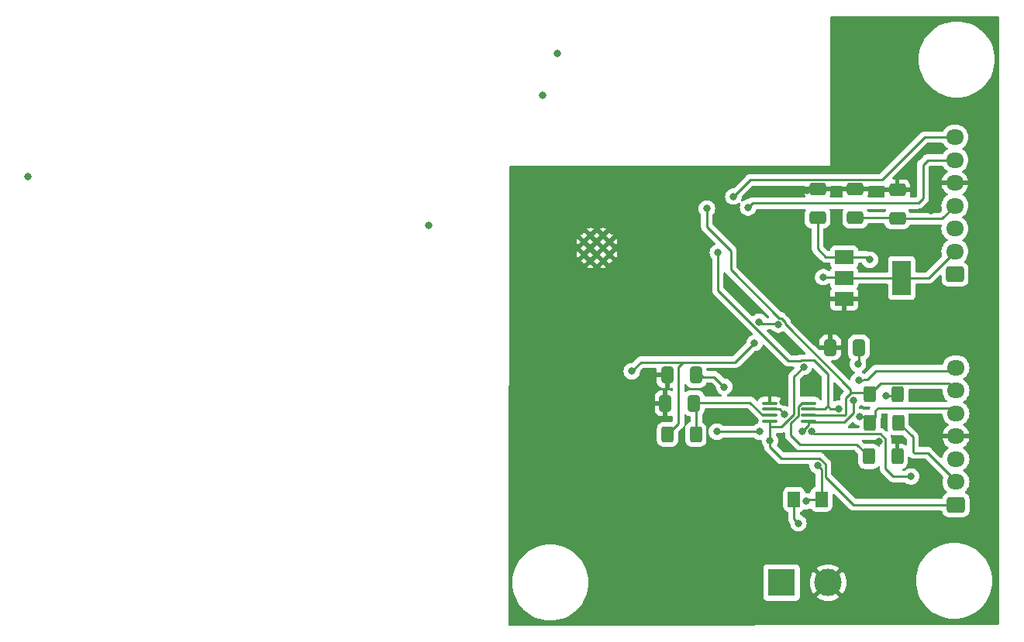
<source format=gbr>
%TF.GenerationSoftware,KiCad,Pcbnew,7.0.10*%
%TF.CreationDate,2024-05-28T16:22:07+05:30*%
%TF.ProjectId,pro1,70726f31-2e6b-4696-9361-645f70636258,rev?*%
%TF.SameCoordinates,Original*%
%TF.FileFunction,Copper,L2,Bot*%
%TF.FilePolarity,Positive*%
%FSLAX46Y46*%
G04 Gerber Fmt 4.6, Leading zero omitted, Abs format (unit mm)*
G04 Created by KiCad (PCBNEW 7.0.10) date 2024-05-28 16:22:07*
%MOMM*%
%LPD*%
G01*
G04 APERTURE LIST*
G04 Aperture macros list*
%AMRoundRect*
0 Rectangle with rounded corners*
0 $1 Rounding radius*
0 $2 $3 $4 $5 $6 $7 $8 $9 X,Y pos of 4 corners*
0 Add a 4 corners polygon primitive as box body*
4,1,4,$2,$3,$4,$5,$6,$7,$8,$9,$2,$3,0*
0 Add four circle primitives for the rounded corners*
1,1,$1+$1,$2,$3*
1,1,$1+$1,$4,$5*
1,1,$1+$1,$6,$7*
1,1,$1+$1,$8,$9*
0 Add four rect primitives between the rounded corners*
20,1,$1+$1,$2,$3,$4,$5,0*
20,1,$1+$1,$4,$5,$6,$7,0*
20,1,$1+$1,$6,$7,$8,$9,0*
20,1,$1+$1,$8,$9,$2,$3,0*%
G04 Aperture macros list end*
%TA.AperFunction,ComponentPad*%
%ADD10RoundRect,0.250000X0.725000X-0.600000X0.725000X0.600000X-0.725000X0.600000X-0.725000X-0.600000X0*%
%TD*%
%TA.AperFunction,ComponentPad*%
%ADD11O,1.950000X1.700000*%
%TD*%
%TA.AperFunction,ComponentPad*%
%ADD12R,3.000000X3.000000*%
%TD*%
%TA.AperFunction,ComponentPad*%
%ADD13C,3.000000*%
%TD*%
%TA.AperFunction,HeatsinkPad*%
%ADD14C,0.600000*%
%TD*%
%TA.AperFunction,SMDPad,CuDef*%
%ADD15RoundRect,0.250001X0.462499X0.624999X-0.462499X0.624999X-0.462499X-0.624999X0.462499X-0.624999X0*%
%TD*%
%TA.AperFunction,SMDPad,CuDef*%
%ADD16R,2.000000X1.500000*%
%TD*%
%TA.AperFunction,SMDPad,CuDef*%
%ADD17R,2.000000X3.800000*%
%TD*%
%TA.AperFunction,SMDPad,CuDef*%
%ADD18RoundRect,0.250000X0.412500X0.650000X-0.412500X0.650000X-0.412500X-0.650000X0.412500X-0.650000X0*%
%TD*%
%TA.AperFunction,SMDPad,CuDef*%
%ADD19RoundRect,0.100000X-0.712500X-0.100000X0.712500X-0.100000X0.712500X0.100000X-0.712500X0.100000X0*%
%TD*%
%TA.AperFunction,SMDPad,CuDef*%
%ADD20RoundRect,0.250000X-0.400000X-0.625000X0.400000X-0.625000X0.400000X0.625000X-0.400000X0.625000X0*%
%TD*%
%TA.AperFunction,SMDPad,CuDef*%
%ADD21RoundRect,0.250000X0.650000X-0.412500X0.650000X0.412500X-0.650000X0.412500X-0.650000X-0.412500X0*%
%TD*%
%TA.AperFunction,SMDPad,CuDef*%
%ADD22RoundRect,0.250000X0.400000X0.625000X-0.400000X0.625000X-0.400000X-0.625000X0.400000X-0.625000X0*%
%TD*%
%TA.AperFunction,ViaPad*%
%ADD23C,0.800000*%
%TD*%
%TA.AperFunction,Conductor*%
%ADD24C,0.250000*%
%TD*%
G04 APERTURE END LIST*
D10*
%TO.P,J3,1,Pin_1*%
%TO.N,+5V*%
X175100000Y-80700000D03*
D11*
%TO.P,J3,2,Pin_2*%
%TO.N,+3.3V*%
X175100000Y-78200000D03*
%TO.P,J3,3,Pin_3*%
%TO.N,/OUT*%
X175100000Y-75700000D03*
%TO.P,J3,4,Pin_4*%
%TO.N,GND*%
X175100000Y-73200000D03*
%TO.P,J3,5,Pin_5*%
%TO.N,/SDA*%
X175100000Y-70700000D03*
%TO.P,J3,6,Pin_6*%
%TO.N,/SCL*%
X175100000Y-68200000D03*
%TO.P,J3,7,Pin_7*%
%TO.N,/DIR*%
X175100000Y-65700000D03*
%TD*%
D12*
%TO.P,J5,1,Pin_1*%
%TO.N,+24V*%
X156060000Y-89200000D03*
D13*
%TO.P,J5,2,Pin_2*%
%TO.N,GND*%
X161140000Y-89200000D03*
%TD*%
D11*
%TO.P,J2,7,Pin_7*%
%TO.N,/TX*%
X175000000Y-40500000D03*
%TO.P,J2,6,Pin_6*%
%TO.N,/RX*%
X175000000Y-43000000D03*
%TO.P,J2,5,Pin_5*%
%TO.N,GND*%
X175000000Y-45500000D03*
%TO.P,J2,4,Pin_4*%
%TO.N,+3.3V*%
X175000000Y-48000000D03*
%TO.P,J2,3,Pin_3*%
%TO.N,/IO0*%
X175000000Y-50500000D03*
%TO.P,J2,2,Pin_2*%
%TO.N,+3.3V*%
X175000000Y-53000000D03*
D10*
%TO.P,J2,1,Pin_1*%
%TO.N,unconnected-(J2-Pin_1-Pad1)*%
X175000000Y-55500000D03*
%TD*%
D14*
%TO.P,U1,39,GND*%
%TO.N,GND*%
X134476200Y-51927200D03*
X134476200Y-53327200D03*
X135176200Y-51227200D03*
X135176200Y-52627200D03*
X135176200Y-54027200D03*
X135851200Y-51927200D03*
X135851200Y-53327200D03*
X136576200Y-51227200D03*
X136576200Y-52627200D03*
X136576200Y-54027200D03*
X137276200Y-51927200D03*
X137276200Y-53327200D03*
%TD*%
D15*
%TO.P,D2,1,K*%
%TO.N,Net-(D2-K)*%
X160400000Y-80100000D03*
%TO.P,D2,2,A*%
%TO.N,+24V*%
X157425000Y-80100000D03*
%TD*%
D16*
%TO.P,U2,1,GND*%
%TO.N,GND*%
X162900000Y-58200000D03*
%TO.P,U2,2,VO*%
%TO.N,+3.3V*%
X162900000Y-55900000D03*
D17*
X169200000Y-55900000D03*
D16*
%TO.P,U2,3,VI*%
%TO.N,+5V*%
X162900000Y-53600000D03*
%TD*%
D18*
%TO.P,C9,1*%
%TO.N,Net-(D3-A)*%
X146700000Y-66500000D03*
%TO.P,C9,2*%
%TO.N,GND*%
X143575000Y-66500000D03*
%TD*%
D19*
%TO.P,U4,8,DIR*%
%TO.N,/DIR*%
X159000000Y-71540000D03*
%TO.P,U4,7,SCL*%
%TO.N,/SCL*%
X159000000Y-70890000D03*
%TO.P,U4,6,SDA*%
%TO.N,/SDA*%
X159000000Y-70240000D03*
%TO.P,U4,5,GPO*%
%TO.N,/GPO*%
X159000000Y-69590000D03*
%TO.P,U4,4,GND*%
%TO.N,GND*%
X154775000Y-69590000D03*
%TO.P,U4,3,0UT*%
%TO.N,/OUT*%
X154775000Y-70240000D03*
%TO.P,U4,2,VCC_3.3V*%
%TO.N,Net-(U4-VCC_3.3V)*%
X154775000Y-70890000D03*
%TO.P,U4,1,VDD_5V*%
%TO.N,+5V*%
X154775000Y-71540000D03*
%TD*%
D20*
%TO.P,R7,2*%
%TO.N,Net-(U4-VCC_3.3V)*%
X146700000Y-73000000D03*
%TO.P,R7,1*%
%TO.N,+3.3V*%
X143600000Y-73000000D03*
%TD*%
D21*
%TO.P,C6,1*%
%TO.N,+3.3V*%
X168700000Y-49400000D03*
%TO.P,C6,2*%
%TO.N,GND*%
X168700000Y-46275000D03*
%TD*%
D22*
%TO.P,R5,1*%
%TO.N,+3.3V*%
X168800000Y-71700000D03*
%TO.P,R5,2*%
%TO.N,/SDA*%
X165700000Y-71700000D03*
%TD*%
D21*
%TO.P,C4,1*%
%TO.N,+3.3V*%
X164100000Y-49300000D03*
%TO.P,C4,2*%
%TO.N,GND*%
X164100000Y-46175000D03*
%TD*%
D22*
%TO.P,R4,1*%
%TO.N,+3.3V*%
X168750000Y-68600000D03*
%TO.P,R4,2*%
%TO.N,/SCL*%
X165650000Y-68600000D03*
%TD*%
D20*
%TO.P,R6,1*%
%TO.N,/GPO*%
X165600000Y-75400000D03*
%TO.P,R6,2*%
%TO.N,GND*%
X168700000Y-75400000D03*
%TD*%
D18*
%TO.P,C8,1*%
%TO.N,Net-(D2-K)*%
X164500000Y-63500000D03*
%TO.P,C8,2*%
%TO.N,GND*%
X161375000Y-63500000D03*
%TD*%
D21*
%TO.P,C5,1*%
%TO.N,+5V*%
X160000000Y-49300000D03*
%TO.P,C5,2*%
%TO.N,GND*%
X160000000Y-46175000D03*
%TD*%
D18*
%TO.P,C7,1*%
%TO.N,Net-(U4-VCC_3.3V)*%
X146500000Y-69600000D03*
%TO.P,C7,2*%
%TO.N,GND*%
X143375000Y-69600000D03*
%TD*%
D23*
%TO.N,GND*%
X156240000Y-69460000D03*
X153120000Y-71450000D03*
%TO.N,*%
X73760000Y-44830000D03*
X129953400Y-35910600D03*
X131583400Y-31340600D03*
X117480000Y-50180000D03*
X117480000Y-50180000D03*
%TO.N,GND*%
X178050000Y-48650000D03*
X172380000Y-48550000D03*
X131876800Y-61366400D03*
X152600000Y-58700000D03*
X145800000Y-77800000D03*
X156400000Y-78000000D03*
X166700000Y-73800000D03*
X166700000Y-78100000D03*
X151800000Y-74700000D03*
X158800000Y-46300000D03*
%TO.N,/DIR*%
X158309520Y-72675786D03*
X153700000Y-72700000D03*
X149000000Y-72700000D03*
X163900000Y-69300000D03*
X164500000Y-67100000D03*
%TO.N,/OUT*%
X170200000Y-77600000D03*
X159334798Y-72675815D03*
X156377347Y-70797347D03*
%TO.N,GND*%
X169000000Y-75200000D03*
X172500000Y-73200000D03*
%TO.N,+3.3V*%
X168800000Y-71700000D03*
X167500000Y-68800000D03*
X153100000Y-63000000D03*
X139700000Y-66100000D03*
X160600000Y-55800000D03*
%TO.N,+5V*%
X158500000Y-65600000D03*
X154800000Y-73700000D03*
X165700000Y-53900000D03*
%TO.N,Net-(D2-K)*%
X164400000Y-65300000D03*
X160000000Y-76400000D03*
X158737500Y-80300000D03*
%TO.N,Net-(D3-A)*%
X149800000Y-67800000D03*
%TO.N,/IO0*%
X153600000Y-60700000D03*
X155700000Y-61000000D03*
%TO.N,/RX*%
X152400000Y-48200000D03*
%TO.N,/TX*%
X150800000Y-47000000D03*
%TO.N,/SDA*%
X164600000Y-71100000D03*
X162275000Y-70200000D03*
X149100000Y-53100000D03*
%TO.N,/SCL*%
X147900000Y-48300000D03*
%TO.N,+24V*%
X157900000Y-82700000D03*
%TO.N,GND*%
X128800000Y-65700000D03*
X172500000Y-60800000D03*
X134300000Y-82200000D03*
X168700000Y-64900000D03*
X161700000Y-51900000D03*
X148900000Y-61000000D03*
X168600000Y-61900000D03*
X134500000Y-79600000D03*
X134400000Y-49300000D03*
X133300000Y-59700000D03*
X152000000Y-53200000D03*
X129000000Y-82700000D03*
X131000000Y-74400000D03*
X141700000Y-60100000D03*
X130000000Y-79300000D03*
X139100000Y-49300000D03*
X134300000Y-76400000D03*
%TD*%
D24*
%TO.N,/SDA*%
X158199695Y-64875000D02*
X159575000Y-64875000D01*
X156834695Y-64960000D02*
X158114695Y-64960000D01*
X149100000Y-57225305D02*
X156834695Y-64960000D01*
X149100000Y-53100000D02*
X149100000Y-57225305D01*
X158114695Y-64960000D02*
X158199695Y-64875000D01*
X159575000Y-64875000D02*
X161100000Y-66400000D01*
X161100000Y-66400000D02*
X161100000Y-69900000D01*
%TO.N,/OUT*%
X168270000Y-77600000D02*
X170300000Y-77600000D01*
X166875305Y-72950000D02*
X167425000Y-73499695D01*
X167425000Y-73499695D02*
X167425000Y-76755000D01*
X159608983Y-72950000D02*
X166875305Y-72950000D01*
X167425000Y-76755000D02*
X168270000Y-77600000D01*
X159334798Y-72675815D02*
X159608983Y-72950000D01*
%TO.N,/IO0*%
X153600000Y-60700000D02*
X153790000Y-60890000D01*
X153790000Y-60890000D02*
X155590000Y-60890000D01*
X155590000Y-60890000D02*
X155700000Y-61000000D01*
%TO.N,/GPO*%
X157070000Y-73120000D02*
X158040000Y-74090000D01*
X158040000Y-74090000D02*
X164290000Y-74090000D01*
X157070000Y-71766396D02*
X157070000Y-73120000D01*
X157862500Y-70973896D02*
X157070000Y-71766396D01*
X157862500Y-69961188D02*
X157862500Y-70973896D01*
X164290000Y-74090000D02*
X165600000Y-75400000D01*
X159000000Y-69600000D02*
X158223688Y-69600000D01*
X158223688Y-69600000D02*
X157862500Y-69961188D01*
%TO.N,/DIR*%
X163900000Y-70636396D02*
X163900000Y-69300000D01*
X162900000Y-71636396D02*
X163900000Y-70636396D01*
X162900000Y-71650000D02*
X162900000Y-71636396D01*
X159100000Y-71650000D02*
X162900000Y-71650000D01*
X158309520Y-72675786D02*
X159000000Y-71985306D01*
X159000000Y-71985306D02*
X159000000Y-71550000D01*
X159000000Y-71550000D02*
X159100000Y-71650000D01*
%TO.N,/OUT*%
X155830000Y-70250000D02*
X154775000Y-70250000D01*
X156377347Y-70797347D02*
X155830000Y-70250000D01*
%TO.N,+5V*%
X157412500Y-66687500D02*
X158500000Y-65600000D01*
X157412500Y-70787500D02*
X157412500Y-66687500D01*
X156000000Y-72200000D02*
X157412500Y-70787500D01*
X154775000Y-72200000D02*
X156000000Y-72200000D01*
X154775000Y-74375000D02*
X154775000Y-72200000D01*
X156000000Y-75600000D02*
X154775000Y-74375000D01*
X160850000Y-76224695D02*
X160225305Y-75600000D01*
X163900000Y-80700000D02*
X160850000Y-77650000D01*
X160850000Y-77650000D02*
X160850000Y-76224695D01*
X175100000Y-80700000D02*
X163900000Y-80700000D01*
X160225305Y-75600000D02*
X156000000Y-75600000D01*
%TO.N,+3.3V*%
X143600000Y-73000000D02*
X144800000Y-71800000D01*
X144800000Y-65600000D02*
X145300000Y-65100000D01*
X144800000Y-71800000D02*
X144800000Y-65600000D01*
%TO.N,/SDA*%
X174500000Y-70100000D02*
X175100000Y-70700000D01*
X166300000Y-70420000D02*
X166620000Y-70100000D01*
X166300000Y-71100000D02*
X166300000Y-70420000D01*
X165700000Y-71700000D02*
X166300000Y-71100000D01*
X166620000Y-70100000D02*
X174500000Y-70100000D01*
%TO.N,/RX*%
X171500000Y-43500000D02*
X172000000Y-43000000D01*
X171500000Y-47213299D02*
X171500000Y-43500000D01*
X172000000Y-43000000D02*
X175000000Y-43000000D01*
X171013299Y-47700000D02*
X171500000Y-47213299D01*
%TO.N,+3.3V*%
X145300000Y-65100000D02*
X151000000Y-65100000D01*
X140700000Y-65100000D02*
X145300000Y-65100000D01*
%TO.N,Net-(D3-A)*%
X148700000Y-66700000D02*
X147525000Y-66700000D01*
X147525000Y-66700000D02*
X146825000Y-66000000D01*
X149800000Y-67800000D02*
X148700000Y-66700000D01*
%TO.N,/TX*%
X171700000Y-40500000D02*
X175000000Y-40500000D01*
X152612500Y-45187500D02*
X167012500Y-45187500D01*
X167012500Y-45187500D02*
X171700000Y-40500000D01*
X150800000Y-47000000D02*
X152612500Y-45187500D01*
%TO.N,+3.3V*%
X172000000Y-75000000D02*
X175100000Y-78100000D01*
X170500000Y-75000000D02*
X172000000Y-75000000D01*
%TO.N,Net-(D2-K)*%
X158737500Y-80300000D02*
X158937500Y-80100000D01*
X158937500Y-80100000D02*
X160400000Y-80100000D01*
%TO.N,/SCL*%
X163600000Y-68100000D02*
X163600000Y-68500000D01*
X156000305Y-60275000D02*
X156425000Y-60699695D01*
X150500000Y-55000000D02*
X155775000Y-60275000D01*
X150500000Y-52900000D02*
X150500000Y-55000000D01*
X156425000Y-60699695D02*
X156425000Y-60925000D01*
X147900000Y-50300000D02*
X150500000Y-52900000D01*
X156425000Y-60925000D02*
X163600000Y-68100000D01*
X147900000Y-48300000D02*
X147900000Y-50300000D01*
X155775000Y-60275000D02*
X156000305Y-60275000D01*
X161949695Y-70900000D02*
X159000000Y-70900000D01*
X162975000Y-70925000D02*
X161974695Y-70925000D01*
X163100000Y-70800000D02*
X162975000Y-70925000D01*
X161974695Y-70925000D02*
X161949695Y-70900000D01*
X163100000Y-69000000D02*
X163100000Y-70800000D01*
X163600000Y-68500000D02*
X163100000Y-69000000D01*
X163700000Y-68400000D02*
X163600000Y-68500000D01*
X165450000Y-68400000D02*
X163700000Y-68400000D01*
%TO.N,/SDA*%
X160750000Y-70250000D02*
X159000000Y-70250000D01*
X161100000Y-69900000D02*
X160750000Y-70250000D01*
X161100000Y-69900000D02*
X161400000Y-70200000D01*
X162275000Y-70200000D02*
X161400000Y-70200000D01*
%TO.N,+3.3V*%
X170400000Y-73300000D02*
X168800000Y-71700000D01*
X170500000Y-75000000D02*
X170400000Y-74900000D01*
X170400000Y-74900000D02*
X170400000Y-73300000D01*
X139700000Y-66100000D02*
X140700000Y-65100000D01*
X151000000Y-65100000D02*
X153100000Y-63000000D01*
%TO.N,/DIR*%
X149000000Y-72700000D02*
X153700000Y-72700000D01*
%TO.N,/SDA*%
X164600000Y-71100000D02*
X165100000Y-71100000D01*
X165100000Y-71100000D02*
X165700000Y-71700000D01*
%TO.N,/DIR*%
X165400000Y-67000000D02*
X164500000Y-67100000D01*
X166375000Y-66025000D02*
X165400000Y-67000000D01*
X174775000Y-66025000D02*
X166375000Y-66025000D01*
%TO.N,+3.3V*%
X162900000Y-55900000D02*
X169200000Y-55900000D01*
X164100000Y-49300000D02*
X168600000Y-49300000D01*
X172100000Y-55900000D02*
X175000000Y-53000000D01*
X160600000Y-55800000D02*
X162800000Y-55800000D01*
X167500000Y-68800000D02*
X168550000Y-68800000D01*
X173600000Y-49400000D02*
X175000000Y-48000000D01*
X168700000Y-49400000D02*
X173600000Y-49400000D01*
X169200000Y-55900000D02*
X172100000Y-55900000D01*
%TO.N,+5V*%
X160000000Y-49300000D02*
X160000000Y-52700000D01*
X165700000Y-53900000D02*
X165400000Y-53600000D01*
X160000000Y-52700000D02*
X160900000Y-53600000D01*
X160900000Y-53600000D02*
X162900000Y-53600000D01*
X165400000Y-53600000D02*
X162900000Y-53600000D01*
X154800000Y-73700000D02*
X154800000Y-71575000D01*
%TO.N,Net-(U4-VCC_3.3V)*%
X154775000Y-70900000D02*
X154008688Y-70900000D01*
X146762500Y-69862500D02*
X146762500Y-72937500D01*
X154008688Y-70900000D02*
X152608688Y-69500000D01*
X152608688Y-69500000D02*
X146600000Y-69500000D01*
%TO.N,Net-(D2-K)*%
X164500000Y-63500000D02*
X164500000Y-65200000D01*
X160000000Y-76400000D02*
X160400000Y-76800000D01*
X164500000Y-65200000D02*
X164400000Y-65300000D01*
X160400000Y-76800000D02*
X160400000Y-80100000D01*
%TO.N,/RX*%
X152400000Y-48200000D02*
X152900000Y-47700000D01*
X152900000Y-47700000D02*
X171013299Y-47700000D01*
%TO.N,/SCL*%
X166850000Y-67400000D02*
X174300000Y-67400000D01*
X165650000Y-68600000D02*
X166850000Y-67400000D01*
X174300000Y-67400000D02*
X175100000Y-68200000D01*
%TO.N,+24V*%
X157425000Y-82225000D02*
X157900000Y-82700000D01*
X157425000Y-80100000D02*
X157425000Y-82225000D01*
%TD*%
%TA.AperFunction,Conductor*%
%TO.N,GND*%
G36*
X156391360Y-72779457D02*
G01*
X156435126Y-72833920D01*
X156444500Y-72881216D01*
X156444500Y-73037255D01*
X156442775Y-73052872D01*
X156443061Y-73052899D01*
X156442326Y-73060665D01*
X156444439Y-73127872D01*
X156444500Y-73131767D01*
X156444500Y-73159357D01*
X156445003Y-73163335D01*
X156445918Y-73174967D01*
X156447290Y-73218624D01*
X156447291Y-73218627D01*
X156452880Y-73237867D01*
X156456824Y-73256911D01*
X156457298Y-73260656D01*
X156459336Y-73276792D01*
X156475414Y-73317403D01*
X156479197Y-73328452D01*
X156490993Y-73369054D01*
X156491382Y-73370390D01*
X156492857Y-73372885D01*
X156501580Y-73387634D01*
X156510138Y-73405103D01*
X156517514Y-73423732D01*
X156543181Y-73459060D01*
X156549593Y-73468821D01*
X156571828Y-73506417D01*
X156571833Y-73506424D01*
X156585990Y-73520580D01*
X156598628Y-73535376D01*
X156610405Y-73551586D01*
X156610406Y-73551587D01*
X156644057Y-73579425D01*
X156652698Y-73587288D01*
X157539197Y-74473788D01*
X157549022Y-74486051D01*
X157549243Y-74485869D01*
X157554211Y-74491874D01*
X157554213Y-74491876D01*
X157554214Y-74491877D01*
X157590514Y-74525965D01*
X157603222Y-74537899D01*
X157606021Y-74540612D01*
X157625522Y-74560114D01*
X157625526Y-74560117D01*
X157625529Y-74560120D01*
X157628702Y-74562581D01*
X157637574Y-74570159D01*
X157669418Y-74600062D01*
X157686976Y-74609714D01*
X157703235Y-74620395D01*
X157719064Y-74632673D01*
X157759155Y-74650021D01*
X157769626Y-74655151D01*
X157792180Y-74667550D01*
X157807902Y-74676194D01*
X157807904Y-74676195D01*
X157807908Y-74676197D01*
X157827316Y-74681180D01*
X157845719Y-74687481D01*
X157864101Y-74695436D01*
X157864102Y-74695436D01*
X157864104Y-74695437D01*
X157907250Y-74702270D01*
X157918672Y-74704636D01*
X157960981Y-74715500D01*
X157981016Y-74715500D01*
X158000414Y-74717026D01*
X158020194Y-74720159D01*
X158020195Y-74720160D01*
X158020195Y-74720159D01*
X158020196Y-74720160D01*
X158063675Y-74716050D01*
X158075344Y-74715500D01*
X163979548Y-74715500D01*
X164046587Y-74735185D01*
X164067229Y-74751819D01*
X164413181Y-75097771D01*
X164446666Y-75159094D01*
X164449500Y-75185452D01*
X164449500Y-76075001D01*
X164449501Y-76075019D01*
X164460000Y-76177796D01*
X164460001Y-76177799D01*
X164495203Y-76284029D01*
X164515186Y-76344334D01*
X164607288Y-76493656D01*
X164731344Y-76617712D01*
X164880666Y-76709814D01*
X165047203Y-76764999D01*
X165149991Y-76775500D01*
X166050008Y-76775499D01*
X166050016Y-76775498D01*
X166050019Y-76775498D01*
X166110722Y-76769297D01*
X166152797Y-76764999D01*
X166319334Y-76709814D01*
X166468656Y-76617712D01*
X166587819Y-76498549D01*
X166649142Y-76465064D01*
X166718834Y-76470048D01*
X166774767Y-76511920D01*
X166799184Y-76577384D01*
X166799500Y-76586230D01*
X166799500Y-76672255D01*
X166797775Y-76687872D01*
X166798061Y-76687899D01*
X166797326Y-76695665D01*
X166799439Y-76762872D01*
X166799500Y-76766767D01*
X166799500Y-76794357D01*
X166800003Y-76798335D01*
X166800918Y-76809967D01*
X166802290Y-76853624D01*
X166802291Y-76853627D01*
X166807880Y-76872867D01*
X166811824Y-76891911D01*
X166814336Y-76911792D01*
X166830414Y-76952403D01*
X166834197Y-76963452D01*
X166846381Y-77005388D01*
X166856580Y-77022634D01*
X166865138Y-77040103D01*
X166872514Y-77058732D01*
X166898181Y-77094060D01*
X166904593Y-77103821D01*
X166926828Y-77141417D01*
X166926833Y-77141424D01*
X166940990Y-77155580D01*
X166953628Y-77170376D01*
X166965405Y-77186586D01*
X166965406Y-77186587D01*
X166999057Y-77214425D01*
X167007698Y-77222288D01*
X167769197Y-77983788D01*
X167779022Y-77996051D01*
X167779243Y-77995869D01*
X167784211Y-78001874D01*
X167833222Y-78047899D01*
X167836021Y-78050612D01*
X167855522Y-78070114D01*
X167855526Y-78070117D01*
X167855529Y-78070120D01*
X167858702Y-78072581D01*
X167867574Y-78080159D01*
X167899418Y-78110062D01*
X167916976Y-78119714D01*
X167933235Y-78130395D01*
X167949064Y-78142673D01*
X167989155Y-78160021D01*
X167999626Y-78165151D01*
X168022180Y-78177550D01*
X168037902Y-78186194D01*
X168037904Y-78186195D01*
X168037908Y-78186197D01*
X168057316Y-78191180D01*
X168075719Y-78197481D01*
X168094101Y-78205436D01*
X168094102Y-78205436D01*
X168094104Y-78205437D01*
X168137250Y-78212270D01*
X168148672Y-78214636D01*
X168190981Y-78225500D01*
X168211016Y-78225500D01*
X168230414Y-78227026D01*
X168250194Y-78230159D01*
X168250195Y-78230160D01*
X168250195Y-78230159D01*
X168250196Y-78230160D01*
X168293675Y-78226050D01*
X168305344Y-78225500D01*
X169496252Y-78225500D01*
X169563291Y-78245185D01*
X169588400Y-78266526D01*
X169594126Y-78272885D01*
X169594130Y-78272889D01*
X169747265Y-78384148D01*
X169747270Y-78384151D01*
X169920192Y-78461142D01*
X169920197Y-78461144D01*
X170105354Y-78500500D01*
X170105355Y-78500500D01*
X170294644Y-78500500D01*
X170294646Y-78500500D01*
X170479803Y-78461144D01*
X170652730Y-78384151D01*
X170805871Y-78272888D01*
X170932533Y-78132216D01*
X171027179Y-77968284D01*
X171085674Y-77788256D01*
X171105460Y-77600000D01*
X171085674Y-77411744D01*
X171027179Y-77231716D01*
X170932533Y-77067784D01*
X170805871Y-76927112D01*
X170805870Y-76927111D01*
X170652734Y-76815851D01*
X170652729Y-76815848D01*
X170479807Y-76738857D01*
X170479802Y-76738855D01*
X170334001Y-76707865D01*
X170294646Y-76699500D01*
X170105354Y-76699500D01*
X170072897Y-76706398D01*
X169920197Y-76738855D01*
X169920192Y-76738857D01*
X169747270Y-76815848D01*
X169747265Y-76815851D01*
X169594130Y-76927110D01*
X169594126Y-76927114D01*
X169588400Y-76933474D01*
X169528913Y-76970121D01*
X169496252Y-76974500D01*
X169387400Y-76974500D01*
X169320361Y-76954815D01*
X169274606Y-76902011D01*
X169264662Y-76832853D01*
X169293687Y-76769297D01*
X169348396Y-76732794D01*
X169419119Y-76709358D01*
X169419124Y-76709356D01*
X169568345Y-76617315D01*
X169692315Y-76493345D01*
X169784356Y-76344124D01*
X169784358Y-76344119D01*
X169839505Y-76177697D01*
X169839506Y-76177690D01*
X169849999Y-76074986D01*
X169849999Y-75534216D01*
X169869683Y-75467177D01*
X169922487Y-75421422D01*
X169991646Y-75411478D01*
X170055202Y-75440503D01*
X170058878Y-75443820D01*
X170063220Y-75447897D01*
X170066024Y-75450614D01*
X170085529Y-75470120D01*
X170088700Y-75472580D01*
X170097576Y-75480162D01*
X170129410Y-75510055D01*
X170129412Y-75510056D01*
X170129418Y-75510062D01*
X170146976Y-75519714D01*
X170163235Y-75530395D01*
X170179064Y-75542673D01*
X170219155Y-75560021D01*
X170229626Y-75565151D01*
X170251130Y-75576973D01*
X170267902Y-75586194D01*
X170267904Y-75586195D01*
X170267908Y-75586197D01*
X170287316Y-75591180D01*
X170305719Y-75597481D01*
X170324101Y-75605436D01*
X170324102Y-75605436D01*
X170324104Y-75605437D01*
X170367250Y-75612270D01*
X170378672Y-75614636D01*
X170420981Y-75625500D01*
X170441016Y-75625500D01*
X170460414Y-75627026D01*
X170480194Y-75630159D01*
X170480195Y-75630160D01*
X170480195Y-75630159D01*
X170480196Y-75630160D01*
X170523675Y-75626050D01*
X170535344Y-75625500D01*
X171689548Y-75625500D01*
X171756587Y-75645185D01*
X171777229Y-75661819D01*
X173687610Y-77572201D01*
X173721095Y-77633524D01*
X173716111Y-77703216D01*
X173712313Y-77712282D01*
X173701096Y-77736339D01*
X173639938Y-77964586D01*
X173639936Y-77964596D01*
X173619341Y-78199999D01*
X173619341Y-78200000D01*
X173639936Y-78435403D01*
X173639938Y-78435413D01*
X173701094Y-78663655D01*
X173701096Y-78663659D01*
X173701097Y-78663663D01*
X173746782Y-78761634D01*
X173800964Y-78877828D01*
X173800965Y-78877830D01*
X173936505Y-79071402D01*
X174083704Y-79218601D01*
X174117189Y-79279924D01*
X174112205Y-79349616D01*
X174070333Y-79405549D01*
X174061120Y-79411820D01*
X173906347Y-79507285D01*
X173906343Y-79507288D01*
X173782289Y-79631342D01*
X173690187Y-79780663D01*
X173690185Y-79780668D01*
X173635001Y-79947204D01*
X173635000Y-79947205D01*
X173633377Y-79963101D01*
X173606982Y-80027793D01*
X173549802Y-80067945D01*
X173510019Y-80074500D01*
X164210453Y-80074500D01*
X164143414Y-80054815D01*
X164122772Y-80038181D01*
X161511819Y-77427228D01*
X161478334Y-77365905D01*
X161475500Y-77339547D01*
X161475500Y-76307433D01*
X161477224Y-76291819D01*
X161476938Y-76291792D01*
X161477672Y-76284029D01*
X161475561Y-76216839D01*
X161475500Y-76212945D01*
X161475500Y-76185346D01*
X161475500Y-76185345D01*
X161474997Y-76181365D01*
X161474080Y-76169716D01*
X161473890Y-76163663D01*
X161472709Y-76126068D01*
X161467122Y-76106839D01*
X161463174Y-76087779D01*
X161462212Y-76080160D01*
X161460664Y-76067903D01*
X161444585Y-76027292D01*
X161440804Y-76016247D01*
X161428619Y-75974307D01*
X161418418Y-75957058D01*
X161409860Y-75939589D01*
X161402486Y-75920963D01*
X161402483Y-75920959D01*
X161402483Y-75920958D01*
X161376816Y-75885630D01*
X161370403Y-75875867D01*
X161348172Y-75838278D01*
X161348170Y-75838274D01*
X161348166Y-75838270D01*
X161348163Y-75838266D01*
X161334005Y-75824108D01*
X161321370Y-75809315D01*
X161309593Y-75793107D01*
X161275945Y-75765271D01*
X161267304Y-75757408D01*
X160726108Y-75216212D01*
X160716285Y-75203950D01*
X160716064Y-75204134D01*
X160711091Y-75198122D01*
X160662081Y-75152099D01*
X160659282Y-75149386D01*
X160639782Y-75129885D01*
X160639776Y-75129880D01*
X160636591Y-75127409D01*
X160627739Y-75119848D01*
X160595887Y-75089938D01*
X160595885Y-75089936D01*
X160595882Y-75089935D01*
X160578334Y-75080288D01*
X160562068Y-75069604D01*
X160546237Y-75057324D01*
X160506154Y-75039978D01*
X160495668Y-75034841D01*
X160457399Y-75013803D01*
X160457397Y-75013802D01*
X160437998Y-75008822D01*
X160419586Y-75002518D01*
X160401203Y-74994562D01*
X160401197Y-74994560D01*
X160358065Y-74987729D01*
X160346627Y-74985361D01*
X160304325Y-74974500D01*
X160304324Y-74974500D01*
X160284289Y-74974500D01*
X160264891Y-74972973D01*
X160257467Y-74971797D01*
X160245110Y-74969840D01*
X160245109Y-74969840D01*
X160201630Y-74973950D01*
X160189961Y-74974500D01*
X156310452Y-74974500D01*
X156243413Y-74954815D01*
X156222771Y-74938181D01*
X155594056Y-74309466D01*
X155560571Y-74248143D01*
X155565555Y-74178451D01*
X155574345Y-74159794D01*
X155627179Y-74068284D01*
X155685674Y-73888256D01*
X155705460Y-73700000D01*
X155685674Y-73511744D01*
X155627179Y-73331716D01*
X155532533Y-73167784D01*
X155524939Y-73159350D01*
X155457350Y-73084284D01*
X155427120Y-73021292D01*
X155425500Y-73001312D01*
X155425500Y-72949500D01*
X155445185Y-72882461D01*
X155497989Y-72836706D01*
X155549500Y-72825500D01*
X155917257Y-72825500D01*
X155932877Y-72827224D01*
X155932904Y-72826939D01*
X155940660Y-72827671D01*
X155940667Y-72827673D01*
X156007873Y-72825561D01*
X156011768Y-72825500D01*
X156039346Y-72825500D01*
X156039350Y-72825500D01*
X156043324Y-72824997D01*
X156054963Y-72824080D01*
X156098627Y-72822709D01*
X156117869Y-72817117D01*
X156136912Y-72813174D01*
X156156792Y-72810664D01*
X156197401Y-72794585D01*
X156208444Y-72790803D01*
X156250390Y-72778618D01*
X156257373Y-72774487D01*
X156325096Y-72757301D01*
X156391360Y-72779457D01*
G37*
%TD.AperFunction*%
%TA.AperFunction,Conductor*%
G36*
X168129110Y-73025866D02*
G01*
X168247203Y-73064999D01*
X168349991Y-73075500D01*
X169239547Y-73075499D01*
X169306586Y-73095183D01*
X169327228Y-73111818D01*
X169738181Y-73522771D01*
X169771666Y-73584094D01*
X169774500Y-73610452D01*
X169774500Y-74089564D01*
X169754815Y-74156603D01*
X169702011Y-74202358D01*
X169632853Y-74212302D01*
X169573591Y-74186832D01*
X169568345Y-74182684D01*
X169419124Y-74090643D01*
X169419119Y-74090641D01*
X169252697Y-74035494D01*
X169252690Y-74035493D01*
X169149986Y-74025000D01*
X168950000Y-74025000D01*
X168950000Y-75526000D01*
X168930315Y-75593039D01*
X168877511Y-75638794D01*
X168826000Y-75650000D01*
X168574000Y-75650000D01*
X168506961Y-75630315D01*
X168461206Y-75577511D01*
X168450000Y-75526000D01*
X168450000Y-74025000D01*
X168250029Y-74025000D01*
X168250010Y-74025001D01*
X168187101Y-74031428D01*
X168118408Y-74018658D01*
X168067524Y-73970777D01*
X168050500Y-73908070D01*
X168050500Y-73582433D01*
X168052224Y-73566819D01*
X168051938Y-73566792D01*
X168052672Y-73559029D01*
X168050561Y-73491839D01*
X168050500Y-73487945D01*
X168050500Y-73460346D01*
X168050500Y-73460345D01*
X168049997Y-73456365D01*
X168049080Y-73444716D01*
X168047709Y-73401068D01*
X168042122Y-73381839D01*
X168038174Y-73362779D01*
X168035952Y-73345185D01*
X168035664Y-73342903D01*
X168019585Y-73302292D01*
X168015804Y-73291247D01*
X168003619Y-73249307D01*
X168002392Y-73247233D01*
X167993418Y-73232058D01*
X167984860Y-73214589D01*
X167977486Y-73195963D01*
X167977483Y-73195960D01*
X167974815Y-73189219D01*
X167968439Y-73119641D01*
X168000692Y-73057661D01*
X168061334Y-73022958D01*
X168129110Y-73025866D01*
G37*
%TD.AperFunction*%
%TA.AperFunction,Conductor*%
G36*
X173574986Y-70745185D02*
G01*
X173620741Y-70797989D01*
X173631475Y-70838692D01*
X173639936Y-70935403D01*
X173639938Y-70935413D01*
X173701094Y-71163655D01*
X173701096Y-71163659D01*
X173701097Y-71163663D01*
X173730626Y-71226988D01*
X173800964Y-71377828D01*
X173800965Y-71377830D01*
X173936505Y-71571402D01*
X174103597Y-71738494D01*
X174261031Y-71848730D01*
X174304656Y-71903307D01*
X174311850Y-71972805D01*
X174280327Y-72035160D01*
X174261032Y-72051880D01*
X174103922Y-72161890D01*
X174103920Y-72161891D01*
X173936894Y-72328917D01*
X173801399Y-72522421D01*
X173701570Y-72736507D01*
X173701567Y-72736513D01*
X173644364Y-72949999D01*
X173644364Y-72950000D01*
X174696031Y-72950000D01*
X174663481Y-73000649D01*
X174625000Y-73131705D01*
X174625000Y-73268295D01*
X174663481Y-73399351D01*
X174696031Y-73450000D01*
X173644364Y-73450000D01*
X173701567Y-73663486D01*
X173701570Y-73663492D01*
X173801399Y-73877577D01*
X173801400Y-73877579D01*
X173936886Y-74071073D01*
X173936891Y-74071079D01*
X174103920Y-74238108D01*
X174103926Y-74238113D01*
X174261031Y-74348119D01*
X174304656Y-74402696D01*
X174311850Y-74472194D01*
X174280327Y-74534549D01*
X174261032Y-74551269D01*
X174103594Y-74661508D01*
X173936506Y-74828597D01*
X173936501Y-74828604D01*
X173800967Y-75022165D01*
X173800965Y-75022169D01*
X173701098Y-75236335D01*
X173701094Y-75236344D01*
X173639938Y-75464586D01*
X173639937Y-75464595D01*
X173639722Y-75467052D01*
X173639324Y-75468067D01*
X173638998Y-75469921D01*
X173638625Y-75469855D01*
X173614268Y-75532120D01*
X173557676Y-75573097D01*
X173487914Y-75576973D01*
X173428513Y-75543922D01*
X172500803Y-74616212D01*
X172490980Y-74603950D01*
X172490759Y-74604134D01*
X172485786Y-74598122D01*
X172436776Y-74552099D01*
X172433977Y-74549386D01*
X172414477Y-74529885D01*
X172414471Y-74529880D01*
X172411286Y-74527409D01*
X172402434Y-74519848D01*
X172370582Y-74489938D01*
X172370580Y-74489936D01*
X172370577Y-74489935D01*
X172353029Y-74480288D01*
X172336763Y-74469604D01*
X172320932Y-74457324D01*
X172280849Y-74439978D01*
X172270363Y-74434841D01*
X172232094Y-74413803D01*
X172232092Y-74413802D01*
X172212693Y-74408822D01*
X172194281Y-74402518D01*
X172175898Y-74394562D01*
X172175892Y-74394560D01*
X172132760Y-74387729D01*
X172121322Y-74385361D01*
X172079020Y-74374500D01*
X172079019Y-74374500D01*
X172058984Y-74374500D01*
X172039586Y-74372973D01*
X172032162Y-74371797D01*
X172019805Y-74369840D01*
X172019804Y-74369840D01*
X171976325Y-74373950D01*
X171964656Y-74374500D01*
X171149500Y-74374500D01*
X171082461Y-74354815D01*
X171036706Y-74302011D01*
X171025500Y-74250500D01*
X171025500Y-73382742D01*
X171027224Y-73367122D01*
X171026939Y-73367095D01*
X171027673Y-73359333D01*
X171025561Y-73292112D01*
X171025500Y-73288218D01*
X171025500Y-73260656D01*
X171025500Y-73260650D01*
X171024996Y-73256668D01*
X171024081Y-73245029D01*
X171023856Y-73237858D01*
X171022710Y-73201373D01*
X171017119Y-73182130D01*
X171013173Y-73163078D01*
X171010664Y-73143208D01*
X170994579Y-73102583D01*
X170990806Y-73091562D01*
X170978618Y-73049610D01*
X170978617Y-73049609D01*
X170978617Y-73049607D01*
X170978616Y-73049606D01*
X170968423Y-73032371D01*
X170959861Y-73014894D01*
X170952487Y-72996269D01*
X170926816Y-72960937D01*
X170920405Y-72951177D01*
X170898170Y-72913580D01*
X170898168Y-72913578D01*
X170898165Y-72913574D01*
X170884006Y-72899415D01*
X170871368Y-72884619D01*
X170868896Y-72881216D01*
X170859594Y-72868413D01*
X170825940Y-72840572D01*
X170817299Y-72832709D01*
X169986818Y-72002228D01*
X169953333Y-71940905D01*
X169950499Y-71914547D01*
X169950499Y-71024998D01*
X169950498Y-71024981D01*
X169939999Y-70922203D01*
X169939997Y-70922195D01*
X169928833Y-70888505D01*
X169926430Y-70818677D01*
X169962161Y-70758635D01*
X170024681Y-70727442D01*
X170046538Y-70725500D01*
X173507947Y-70725500D01*
X173574986Y-70745185D01*
G37*
%TD.AperFunction*%
%TA.AperFunction,Conductor*%
G36*
X166631892Y-73595185D02*
G01*
X166652534Y-73611819D01*
X166763181Y-73722466D01*
X166796666Y-73783789D01*
X166799500Y-73810147D01*
X166799500Y-74213770D01*
X166779815Y-74280809D01*
X166727011Y-74326564D01*
X166657853Y-74336508D01*
X166594297Y-74307483D01*
X166587819Y-74301451D01*
X166468657Y-74182289D01*
X166468656Y-74182288D01*
X166375888Y-74125069D01*
X166319336Y-74090187D01*
X166319331Y-74090185D01*
X166317457Y-74089564D01*
X166152797Y-74035001D01*
X166152795Y-74035000D01*
X166050016Y-74024500D01*
X165160453Y-74024500D01*
X165093414Y-74004815D01*
X165072772Y-73988181D01*
X164871772Y-73787181D01*
X164838287Y-73725858D01*
X164843271Y-73656166D01*
X164885143Y-73600233D01*
X164950607Y-73575816D01*
X164959453Y-73575500D01*
X166564853Y-73575500D01*
X166631892Y-73595185D01*
G37*
%TD.AperFunction*%
%TA.AperFunction,Conductor*%
G36*
X154143040Y-63162308D02*
G01*
X154176010Y-63185905D01*
X156333889Y-65343784D01*
X156343714Y-65356048D01*
X156343935Y-65355866D01*
X156348905Y-65361874D01*
X156397934Y-65407915D01*
X156400731Y-65410626D01*
X156420225Y-65430120D01*
X156423390Y-65432575D01*
X156432266Y-65440156D01*
X156464113Y-65470062D01*
X156468573Y-65472514D01*
X156481668Y-65479713D01*
X156497926Y-65490392D01*
X156513759Y-65502674D01*
X156547555Y-65517298D01*
X156553850Y-65520022D01*
X156564330Y-65525155D01*
X156602603Y-65546197D01*
X156622007Y-65551179D01*
X156640405Y-65557478D01*
X156658800Y-65565438D01*
X156701949Y-65572271D01*
X156713375Y-65574638D01*
X156755676Y-65585500D01*
X156775711Y-65585500D01*
X156795108Y-65587026D01*
X156814891Y-65590160D01*
X156858370Y-65586050D01*
X156870039Y-65585500D01*
X157330546Y-65585500D01*
X157397585Y-65605185D01*
X157443340Y-65657989D01*
X157453284Y-65727147D01*
X157424259Y-65790703D01*
X157418227Y-65797181D01*
X157028708Y-66186699D01*
X157016451Y-66196520D01*
X157016634Y-66196741D01*
X157010622Y-66201714D01*
X156964598Y-66250723D01*
X156961891Y-66253516D01*
X156942389Y-66273017D01*
X156942375Y-66273034D01*
X156939907Y-66276215D01*
X156932343Y-66285070D01*
X156902437Y-66316918D01*
X156902436Y-66316920D01*
X156892784Y-66334476D01*
X156882110Y-66350726D01*
X156869829Y-66366561D01*
X156869824Y-66366568D01*
X156852475Y-66406658D01*
X156847338Y-66417144D01*
X156826303Y-66455406D01*
X156821322Y-66474807D01*
X156815021Y-66493210D01*
X156807062Y-66511602D01*
X156807061Y-66511605D01*
X156800228Y-66554743D01*
X156797860Y-66566174D01*
X156787001Y-66608471D01*
X156787000Y-66608482D01*
X156787000Y-66628516D01*
X156785473Y-66647913D01*
X156784749Y-66652483D01*
X156782340Y-66667694D01*
X156782340Y-66667695D01*
X156786450Y-66711174D01*
X156787000Y-66722843D01*
X156787000Y-69810676D01*
X156767315Y-69877715D01*
X156714511Y-69923470D01*
X156645353Y-69933414D01*
X156637220Y-69931966D01*
X156471994Y-69896847D01*
X156471993Y-69896847D01*
X156414444Y-69896847D01*
X156347405Y-69877162D01*
X156318898Y-69851884D01*
X156315788Y-69848124D01*
X156266776Y-69802099D01*
X156263977Y-69799386D01*
X156244477Y-69779885D01*
X156244471Y-69779880D01*
X156241286Y-69777409D01*
X156232434Y-69769848D01*
X156200582Y-69739938D01*
X156200580Y-69739936D01*
X156200577Y-69739935D01*
X156183029Y-69730288D01*
X156166763Y-69719604D01*
X156150932Y-69707324D01*
X156110849Y-69689978D01*
X156100363Y-69684841D01*
X156062094Y-69663803D01*
X156062092Y-69663802D01*
X156042693Y-69658822D01*
X156024281Y-69652518D01*
X156005898Y-69644562D01*
X156005892Y-69644560D01*
X155962760Y-69637729D01*
X155951322Y-69635361D01*
X155946430Y-69634105D01*
X155886391Y-69598367D01*
X155855205Y-69535844D01*
X155862772Y-69466385D01*
X155906690Y-69412044D01*
X155973016Y-69390073D01*
X155977266Y-69390000D01*
X156079510Y-69390000D01*
X156079511Y-69389998D01*
X156072057Y-69333372D01*
X156072055Y-69333366D01*
X156011600Y-69187414D01*
X155915424Y-69062075D01*
X155790086Y-68965899D01*
X155644134Y-68905445D01*
X155644130Y-68905444D01*
X155526830Y-68890000D01*
X154975000Y-68890000D01*
X154975000Y-69415500D01*
X154955315Y-69482539D01*
X154902511Y-69528294D01*
X154851000Y-69539500D01*
X154699000Y-69539500D01*
X154631961Y-69519815D01*
X154586206Y-69467011D01*
X154575000Y-69415500D01*
X154575000Y-68890000D01*
X154023175Y-68890000D01*
X153905871Y-68905442D01*
X153905866Y-68905444D01*
X153759914Y-68965899D01*
X153634575Y-69062075D01*
X153538399Y-69187413D01*
X153504648Y-69268898D01*
X153460807Y-69323302D01*
X153394513Y-69345367D01*
X153326814Y-69328088D01*
X153302406Y-69309127D01*
X153109491Y-69116212D01*
X153099668Y-69103950D01*
X153099447Y-69104134D01*
X153094474Y-69098122D01*
X153045464Y-69052099D01*
X153042665Y-69049386D01*
X153023165Y-69029885D01*
X153023159Y-69029880D01*
X153019974Y-69027409D01*
X153011122Y-69019848D01*
X152979270Y-68989938D01*
X152979268Y-68989936D01*
X152979265Y-68989935D01*
X152961717Y-68980288D01*
X152945451Y-68969604D01*
X152929620Y-68957324D01*
X152889537Y-68939978D01*
X152879051Y-68934841D01*
X152840782Y-68913803D01*
X152840780Y-68913802D01*
X152821381Y-68908822D01*
X152802969Y-68902518D01*
X152784586Y-68894562D01*
X152784580Y-68894560D01*
X152741448Y-68887729D01*
X152730010Y-68885361D01*
X152687708Y-68874500D01*
X152687707Y-68874500D01*
X152667672Y-68874500D01*
X152648274Y-68872973D01*
X152640850Y-68871797D01*
X152628493Y-68869840D01*
X152628492Y-68869840D01*
X152585013Y-68873950D01*
X152573344Y-68874500D01*
X150183971Y-68874500D01*
X150116932Y-68854815D01*
X150071177Y-68802011D01*
X150061233Y-68732853D01*
X150090258Y-68669297D01*
X150133535Y-68637221D01*
X150183335Y-68615047D01*
X150252730Y-68584151D01*
X150405871Y-68472888D01*
X150532533Y-68332216D01*
X150627179Y-68168284D01*
X150685674Y-67988256D01*
X150705460Y-67800000D01*
X150685674Y-67611744D01*
X150627179Y-67431716D01*
X150532533Y-67267784D01*
X150405871Y-67127112D01*
X150405870Y-67127111D01*
X150252734Y-67015851D01*
X150252729Y-67015848D01*
X150079807Y-66938857D01*
X150079802Y-66938855D01*
X149934001Y-66907865D01*
X149894646Y-66899500D01*
X149894645Y-66899500D01*
X149835452Y-66899500D01*
X149768413Y-66879815D01*
X149747771Y-66863181D01*
X149200803Y-66316212D01*
X149190980Y-66303950D01*
X149190759Y-66304134D01*
X149185786Y-66298122D01*
X149136776Y-66252099D01*
X149133977Y-66249386D01*
X149114477Y-66229885D01*
X149114471Y-66229880D01*
X149111286Y-66227409D01*
X149102434Y-66219848D01*
X149070582Y-66189938D01*
X149070580Y-66189936D01*
X149070577Y-66189935D01*
X149053029Y-66180288D01*
X149036763Y-66169604D01*
X149029105Y-66163664D01*
X149020936Y-66157327D01*
X149020935Y-66157326D01*
X149020932Y-66157324D01*
X148980849Y-66139978D01*
X148970363Y-66134841D01*
X148932094Y-66113803D01*
X148932092Y-66113802D01*
X148912693Y-66108822D01*
X148894281Y-66102518D01*
X148875898Y-66094562D01*
X148875892Y-66094560D01*
X148832760Y-66087729D01*
X148821322Y-66085361D01*
X148779020Y-66074500D01*
X148779019Y-66074500D01*
X148758984Y-66074500D01*
X148739586Y-66072973D01*
X148732162Y-66071797D01*
X148719805Y-66069840D01*
X148719804Y-66069840D01*
X148676325Y-66073950D01*
X148664656Y-66074500D01*
X147986999Y-66074500D01*
X147919960Y-66054815D01*
X147874205Y-66002011D01*
X147862999Y-65950500D01*
X147862999Y-65849500D01*
X147882684Y-65782461D01*
X147935488Y-65736706D01*
X147986999Y-65725500D01*
X150917257Y-65725500D01*
X150932877Y-65727224D01*
X150932904Y-65726939D01*
X150940660Y-65727671D01*
X150940667Y-65727673D01*
X151007873Y-65725561D01*
X151011768Y-65725500D01*
X151039346Y-65725500D01*
X151039350Y-65725500D01*
X151043324Y-65724997D01*
X151054963Y-65724080D01*
X151098627Y-65722709D01*
X151117869Y-65717117D01*
X151136912Y-65713174D01*
X151156792Y-65710664D01*
X151197401Y-65694585D01*
X151208444Y-65690803D01*
X151250390Y-65678618D01*
X151267629Y-65668422D01*
X151285103Y-65659862D01*
X151303727Y-65652488D01*
X151303727Y-65652487D01*
X151303732Y-65652486D01*
X151339083Y-65626800D01*
X151348814Y-65620408D01*
X151386420Y-65598170D01*
X151400589Y-65583999D01*
X151415379Y-65571368D01*
X151431587Y-65559594D01*
X151459438Y-65525926D01*
X151467279Y-65517309D01*
X153047772Y-63936819D01*
X153109095Y-63903334D01*
X153135453Y-63900500D01*
X153194644Y-63900500D01*
X153194646Y-63900500D01*
X153379803Y-63861144D01*
X153552730Y-63784151D01*
X153705871Y-63672888D01*
X153832533Y-63532216D01*
X153927179Y-63368284D01*
X153970398Y-63235267D01*
X154009835Y-63177593D01*
X154074193Y-63150394D01*
X154143040Y-63162308D01*
G37*
%TD.AperFunction*%
%TA.AperFunction,Conductor*%
G36*
X149930703Y-55286075D02*
G01*
X149949816Y-55306901D01*
X149968077Y-55332035D01*
X149973181Y-55339060D01*
X149979593Y-55348821D01*
X150001828Y-55386417D01*
X150001833Y-55386424D01*
X150015990Y-55400580D01*
X150028628Y-55415376D01*
X150040405Y-55431586D01*
X150040406Y-55431587D01*
X150074057Y-55459425D01*
X150082698Y-55467288D01*
X154668229Y-60052819D01*
X154701714Y-60114142D01*
X154696730Y-60183834D01*
X154654858Y-60239767D01*
X154589394Y-60264184D01*
X154580548Y-60264500D01*
X154459963Y-60264500D01*
X154392924Y-60244815D01*
X154352576Y-60202500D01*
X154332533Y-60167784D01*
X154205871Y-60027112D01*
X154205870Y-60027111D01*
X154052734Y-59915851D01*
X154052729Y-59915848D01*
X153879807Y-59838857D01*
X153879802Y-59838855D01*
X153734001Y-59807865D01*
X153694646Y-59799500D01*
X153505354Y-59799500D01*
X153472897Y-59806398D01*
X153320197Y-59838855D01*
X153320192Y-59838857D01*
X153147270Y-59915848D01*
X153147265Y-59915851D01*
X152994131Y-60027110D01*
X152994128Y-60027112D01*
X152983140Y-60039316D01*
X152923653Y-60075964D01*
X152853796Y-60074633D01*
X152803310Y-60044024D01*
X149761819Y-57002533D01*
X149728334Y-56941210D01*
X149725500Y-56914852D01*
X149725500Y-55379788D01*
X149745185Y-55312749D01*
X149797989Y-55266994D01*
X149867147Y-55257050D01*
X149930703Y-55286075D01*
G37*
%TD.AperFunction*%
%TA.AperFunction,Conductor*%
G36*
X162759728Y-48345185D02*
G01*
X162805483Y-48397989D01*
X162815427Y-48467147D01*
X162798228Y-48514594D01*
X162795608Y-48518844D01*
X162765187Y-48568163D01*
X162765185Y-48568168D01*
X162753971Y-48602011D01*
X162710001Y-48734703D01*
X162710001Y-48734704D01*
X162710000Y-48734704D01*
X162699500Y-48837483D01*
X162699500Y-49762501D01*
X162699501Y-49762519D01*
X162710000Y-49865296D01*
X162710001Y-49865299D01*
X162743138Y-49965297D01*
X162765186Y-50031834D01*
X162857288Y-50181156D01*
X162981344Y-50305212D01*
X163130666Y-50397314D01*
X163297203Y-50452499D01*
X163399991Y-50463000D01*
X164800008Y-50462999D01*
X164902797Y-50452499D01*
X165069334Y-50397314D01*
X165218656Y-50305212D01*
X165342712Y-50181156D01*
X165434814Y-50031834D01*
X165436672Y-50026228D01*
X165441886Y-50010494D01*
X165481659Y-49953050D01*
X165546175Y-49926228D01*
X165559591Y-49925500D01*
X167207272Y-49925500D01*
X167274311Y-49945185D01*
X167320066Y-49997989D01*
X167324978Y-50010495D01*
X167330670Y-50027673D01*
X167365186Y-50131834D01*
X167457288Y-50281156D01*
X167581344Y-50405212D01*
X167730666Y-50497314D01*
X167897203Y-50552499D01*
X167999991Y-50563000D01*
X169400008Y-50562999D01*
X169502797Y-50552499D01*
X169669334Y-50497314D01*
X169818656Y-50405212D01*
X169942712Y-50281156D01*
X170034814Y-50131834D01*
X170034815Y-50131831D01*
X170041886Y-50110494D01*
X170081659Y-50053050D01*
X170146175Y-50026228D01*
X170159591Y-50025500D01*
X173442401Y-50025500D01*
X173509440Y-50045185D01*
X173555195Y-50097989D01*
X173565139Y-50167147D01*
X173562176Y-50181593D01*
X173539938Y-50264586D01*
X173539936Y-50264596D01*
X173519341Y-50499999D01*
X173519341Y-50500000D01*
X173539936Y-50735403D01*
X173539938Y-50735413D01*
X173601094Y-50963655D01*
X173601096Y-50963659D01*
X173601097Y-50963663D01*
X173643516Y-51054631D01*
X173700964Y-51177828D01*
X173700965Y-51177830D01*
X173836505Y-51371402D01*
X174003597Y-51538494D01*
X174160595Y-51648425D01*
X174204220Y-51703002D01*
X174211414Y-51772500D01*
X174179891Y-51834855D01*
X174160595Y-51851575D01*
X174003597Y-51961505D01*
X173836506Y-52128597D01*
X173836501Y-52128604D01*
X173700967Y-52322165D01*
X173700965Y-52322169D01*
X173601098Y-52536335D01*
X173601094Y-52536344D01*
X173539938Y-52764586D01*
X173539936Y-52764596D01*
X173519341Y-52999999D01*
X173519341Y-53000000D01*
X173539936Y-53235403D01*
X173539938Y-53235413D01*
X173593271Y-53434456D01*
X173591608Y-53504306D01*
X173561177Y-53554230D01*
X171877228Y-55238181D01*
X171815905Y-55271666D01*
X171789547Y-55274500D01*
X170824499Y-55274500D01*
X170757460Y-55254815D01*
X170711705Y-55202011D01*
X170700499Y-55150500D01*
X170700499Y-53952129D01*
X170700498Y-53952123D01*
X170700497Y-53952116D01*
X170694091Y-53892517D01*
X170686215Y-53871401D01*
X170643797Y-53757671D01*
X170643793Y-53757664D01*
X170557547Y-53642455D01*
X170557544Y-53642452D01*
X170442335Y-53556206D01*
X170442328Y-53556202D01*
X170307482Y-53505908D01*
X170307483Y-53505908D01*
X170247883Y-53499501D01*
X170247881Y-53499500D01*
X170247873Y-53499500D01*
X170247864Y-53499500D01*
X168152129Y-53499500D01*
X168152123Y-53499501D01*
X168092516Y-53505908D01*
X167957671Y-53556202D01*
X167957664Y-53556206D01*
X167842455Y-53642452D01*
X167842452Y-53642455D01*
X167756206Y-53757664D01*
X167756202Y-53757671D01*
X167705908Y-53892517D01*
X167705104Y-53900000D01*
X167699501Y-53952123D01*
X167699500Y-53952135D01*
X167699500Y-55150500D01*
X167679815Y-55217539D01*
X167627011Y-55263294D01*
X167575500Y-55274500D01*
X164524499Y-55274500D01*
X164457460Y-55254815D01*
X164411705Y-55202011D01*
X164400499Y-55150500D01*
X164400499Y-55102129D01*
X164400498Y-55102123D01*
X164400122Y-55098627D01*
X164394091Y-55042517D01*
X164384145Y-55015851D01*
X164343797Y-54907671D01*
X164343796Y-54907669D01*
X164281394Y-54824311D01*
X164256977Y-54758847D01*
X164271828Y-54690574D01*
X164281394Y-54675689D01*
X164343796Y-54592331D01*
X164394091Y-54457483D01*
X164400500Y-54397873D01*
X164400500Y-54349500D01*
X164420185Y-54282461D01*
X164472989Y-54236706D01*
X164524500Y-54225500D01*
X164776528Y-54225500D01*
X164843567Y-54245185D01*
X164883915Y-54287500D01*
X164967465Y-54432214D01*
X165094129Y-54572888D01*
X165247265Y-54684148D01*
X165247270Y-54684151D01*
X165420192Y-54761142D01*
X165420197Y-54761144D01*
X165605354Y-54800500D01*
X165605355Y-54800500D01*
X165794644Y-54800500D01*
X165794646Y-54800500D01*
X165979803Y-54761144D01*
X166152730Y-54684151D01*
X166305871Y-54572888D01*
X166432533Y-54432216D01*
X166527179Y-54268284D01*
X166585674Y-54088256D01*
X166605460Y-53900000D01*
X166585674Y-53711744D01*
X166527179Y-53531716D01*
X166432533Y-53367784D01*
X166305871Y-53227112D01*
X166305870Y-53227111D01*
X166152734Y-53115851D01*
X166152729Y-53115848D01*
X165979807Y-53038857D01*
X165979802Y-53038855D01*
X165806746Y-53002072D01*
X165794646Y-52999500D01*
X165610541Y-52999500D01*
X165583619Y-52995668D01*
X165583601Y-52995782D01*
X165576367Y-52994636D01*
X165575944Y-52994576D01*
X165575897Y-52994562D01*
X165575896Y-52994562D01*
X165575894Y-52994561D01*
X165575892Y-52994561D01*
X165532759Y-52987729D01*
X165521322Y-52985361D01*
X165479020Y-52974500D01*
X165479019Y-52974500D01*
X165458984Y-52974500D01*
X165439586Y-52972973D01*
X165432162Y-52971797D01*
X165419805Y-52969840D01*
X165419804Y-52969840D01*
X165376325Y-52973950D01*
X165364656Y-52974500D01*
X164524499Y-52974500D01*
X164457460Y-52954815D01*
X164411705Y-52902011D01*
X164400499Y-52850500D01*
X164400499Y-52802129D01*
X164400498Y-52802123D01*
X164400497Y-52802116D01*
X164394091Y-52742517D01*
X164392912Y-52739357D01*
X164343797Y-52607671D01*
X164343793Y-52607664D01*
X164257547Y-52492455D01*
X164257544Y-52492452D01*
X164142335Y-52406206D01*
X164142328Y-52406202D01*
X164007482Y-52355908D01*
X164007483Y-52355908D01*
X163947883Y-52349501D01*
X163947881Y-52349500D01*
X163947873Y-52349500D01*
X163947864Y-52349500D01*
X161852129Y-52349500D01*
X161852123Y-52349501D01*
X161792516Y-52355908D01*
X161657671Y-52406202D01*
X161657664Y-52406206D01*
X161542455Y-52492452D01*
X161542452Y-52492455D01*
X161456206Y-52607664D01*
X161456202Y-52607671D01*
X161405908Y-52742517D01*
X161399876Y-52798627D01*
X161399501Y-52802123D01*
X161399500Y-52802135D01*
X161399500Y-52850500D01*
X161379815Y-52917539D01*
X161327011Y-52963294D01*
X161275500Y-52974500D01*
X161210453Y-52974500D01*
X161143414Y-52954815D01*
X161122772Y-52938181D01*
X160661819Y-52477228D01*
X160628334Y-52415905D01*
X160625500Y-52389547D01*
X160625500Y-50582588D01*
X160645185Y-50515549D01*
X160697989Y-50469794D01*
X160736897Y-50459230D01*
X160802797Y-50452499D01*
X160969334Y-50397314D01*
X161118656Y-50305212D01*
X161242712Y-50181156D01*
X161334814Y-50031834D01*
X161389999Y-49865297D01*
X161400500Y-49762509D01*
X161400499Y-48837492D01*
X161392053Y-48754815D01*
X161389999Y-48734703D01*
X161389998Y-48734700D01*
X161371153Y-48677830D01*
X161334814Y-48568166D01*
X161301771Y-48514595D01*
X161283332Y-48447204D01*
X161304255Y-48380541D01*
X161357897Y-48335771D01*
X161407311Y-48325500D01*
X162692689Y-48325500D01*
X162759728Y-48345185D01*
G37*
%TD.AperFunction*%
%TA.AperFunction,Conductor*%
G36*
X173666812Y-43645185D02*
G01*
X173701348Y-43678377D01*
X173836505Y-43871402D01*
X174003597Y-44038494D01*
X174161031Y-44148730D01*
X174204656Y-44203307D01*
X174211850Y-44272805D01*
X174180327Y-44335160D01*
X174161032Y-44351880D01*
X174003922Y-44461890D01*
X174003920Y-44461891D01*
X173836894Y-44628917D01*
X173701399Y-44822421D01*
X173601570Y-45036507D01*
X173601567Y-45036513D01*
X173544364Y-45249999D01*
X173544364Y-45250000D01*
X174596031Y-45250000D01*
X174563481Y-45300649D01*
X174525000Y-45431705D01*
X174525000Y-45568295D01*
X174563481Y-45699351D01*
X174596031Y-45750000D01*
X173544364Y-45750000D01*
X173601567Y-45963486D01*
X173601570Y-45963492D01*
X173701399Y-46177577D01*
X173701400Y-46177579D01*
X173836886Y-46371073D01*
X173836891Y-46371079D01*
X174003920Y-46538108D01*
X174003926Y-46538113D01*
X174161031Y-46648119D01*
X174204656Y-46702696D01*
X174211850Y-46772194D01*
X174180327Y-46834549D01*
X174161032Y-46851269D01*
X174003594Y-46961508D01*
X173836506Y-47128597D01*
X173836501Y-47128604D01*
X173700967Y-47322165D01*
X173700965Y-47322169D01*
X173601098Y-47536335D01*
X173601094Y-47536344D01*
X173539938Y-47764586D01*
X173539936Y-47764596D01*
X173519341Y-47999999D01*
X173519341Y-48000000D01*
X173539936Y-48235403D01*
X173539938Y-48235413D01*
X173593271Y-48434457D01*
X173591608Y-48504307D01*
X173561177Y-48554231D01*
X173377228Y-48738181D01*
X173315905Y-48771666D01*
X173289547Y-48774500D01*
X170159591Y-48774500D01*
X170092552Y-48754815D01*
X170046797Y-48702011D01*
X170041886Y-48689506D01*
X170034815Y-48668168D01*
X170034813Y-48668165D01*
X170031208Y-48662321D01*
X169942712Y-48518844D01*
X169940092Y-48514596D01*
X169921652Y-48447204D01*
X169942575Y-48380541D01*
X169996217Y-48335771D01*
X170045631Y-48325500D01*
X170930556Y-48325500D01*
X170946176Y-48327224D01*
X170946203Y-48326939D01*
X170953959Y-48327671D01*
X170953966Y-48327673D01*
X171021172Y-48325561D01*
X171025067Y-48325500D01*
X171052645Y-48325500D01*
X171052649Y-48325500D01*
X171056623Y-48324997D01*
X171068262Y-48324080D01*
X171111926Y-48322709D01*
X171131168Y-48317117D01*
X171150211Y-48313174D01*
X171170091Y-48310664D01*
X171210700Y-48294585D01*
X171221743Y-48290803D01*
X171263689Y-48278618D01*
X171280928Y-48268422D01*
X171298402Y-48259862D01*
X171317026Y-48252488D01*
X171317026Y-48252487D01*
X171317031Y-48252486D01*
X171352382Y-48226800D01*
X171362113Y-48220408D01*
X171399719Y-48198170D01*
X171413888Y-48183999D01*
X171428678Y-48171368D01*
X171444886Y-48159594D01*
X171472737Y-48125926D01*
X171480578Y-48117309D01*
X171883785Y-47714102D01*
X171896041Y-47704286D01*
X171895858Y-47704064D01*
X171901870Y-47699089D01*
X171901877Y-47699085D01*
X171947949Y-47650021D01*
X171950566Y-47647322D01*
X171970120Y-47627770D01*
X171972576Y-47624602D01*
X171980156Y-47615726D01*
X172010062Y-47583881D01*
X172019713Y-47566323D01*
X172030396Y-47550060D01*
X172042673Y-47534235D01*
X172060021Y-47494143D01*
X172065151Y-47483670D01*
X172086197Y-47445391D01*
X172091180Y-47425979D01*
X172097481Y-47407579D01*
X172105437Y-47389195D01*
X172112270Y-47346047D01*
X172114633Y-47334637D01*
X172125500Y-47292318D01*
X172125500Y-47272282D01*
X172127027Y-47252881D01*
X172130160Y-47233103D01*
X172126050Y-47189623D01*
X172125500Y-47177954D01*
X172125500Y-43810452D01*
X172145185Y-43743413D01*
X172161819Y-43722771D01*
X172222771Y-43661819D01*
X172284094Y-43628334D01*
X172310452Y-43625500D01*
X173599773Y-43625500D01*
X173666812Y-43645185D01*
G37*
%TD.AperFunction*%
%TA.AperFunction,Conductor*%
G36*
X173666812Y-41145185D02*
G01*
X173701348Y-41178377D01*
X173836505Y-41371402D01*
X174003597Y-41538494D01*
X174160595Y-41648425D01*
X174204220Y-41703002D01*
X174211414Y-41772500D01*
X174179891Y-41834855D01*
X174160595Y-41851575D01*
X174003597Y-41961505D01*
X173836506Y-42128597D01*
X173836501Y-42128603D01*
X173701348Y-42321623D01*
X173646771Y-42365248D01*
X173599773Y-42374500D01*
X172082743Y-42374500D01*
X172067122Y-42372775D01*
X172067096Y-42373061D01*
X172059334Y-42372327D01*
X172059333Y-42372327D01*
X171997109Y-42374282D01*
X171992127Y-42374439D01*
X171988232Y-42374500D01*
X171960647Y-42374500D01*
X171956661Y-42375003D01*
X171945033Y-42375918D01*
X171901373Y-42377290D01*
X171882129Y-42382881D01*
X171863079Y-42386825D01*
X171843211Y-42389334D01*
X171843210Y-42389334D01*
X171802599Y-42405413D01*
X171791554Y-42409194D01*
X171749614Y-42421379D01*
X171749610Y-42421381D01*
X171732366Y-42431579D01*
X171714905Y-42440133D01*
X171696274Y-42447510D01*
X171696262Y-42447517D01*
X171660933Y-42473185D01*
X171651173Y-42479596D01*
X171613580Y-42501829D01*
X171599414Y-42515995D01*
X171584624Y-42528627D01*
X171568414Y-42540404D01*
X171568411Y-42540407D01*
X171540573Y-42574058D01*
X171532711Y-42582697D01*
X171116211Y-42999197D01*
X171103948Y-43009022D01*
X171104131Y-43009244D01*
X171098120Y-43014216D01*
X171052097Y-43063224D01*
X171049390Y-43066017D01*
X171029889Y-43085517D01*
X171029875Y-43085534D01*
X171027407Y-43088715D01*
X171019843Y-43097570D01*
X170989937Y-43129418D01*
X170989936Y-43129420D01*
X170980284Y-43146976D01*
X170969610Y-43163226D01*
X170957329Y-43179061D01*
X170957324Y-43179068D01*
X170939975Y-43219158D01*
X170934838Y-43229644D01*
X170913803Y-43267906D01*
X170908822Y-43287307D01*
X170902521Y-43305710D01*
X170894562Y-43324102D01*
X170894561Y-43324105D01*
X170887728Y-43367243D01*
X170885360Y-43378674D01*
X170874501Y-43420971D01*
X170874500Y-43420982D01*
X170874500Y-43441016D01*
X170872973Y-43460413D01*
X170872458Y-43463664D01*
X170869840Y-43480194D01*
X170869840Y-43480195D01*
X170873950Y-43523674D01*
X170874500Y-43535343D01*
X170874500Y-46902846D01*
X170854815Y-46969885D01*
X170838181Y-46990527D01*
X170790527Y-47038181D01*
X170729204Y-47071666D01*
X170702846Y-47074500D01*
X170183585Y-47074500D01*
X170116546Y-47054815D01*
X170070791Y-47002011D01*
X170060847Y-46932853D01*
X170065879Y-46911496D01*
X170089505Y-46840197D01*
X170089506Y-46840190D01*
X170099999Y-46737486D01*
X170100000Y-46737473D01*
X170100000Y-46525000D01*
X167300001Y-46525000D01*
X167300001Y-46737486D01*
X167310494Y-46840197D01*
X167334120Y-46911496D01*
X167336522Y-46981325D01*
X167300790Y-47041366D01*
X167238269Y-47072559D01*
X167216414Y-47074500D01*
X165550448Y-47074500D01*
X165483409Y-47054815D01*
X165437654Y-47002011D01*
X165427710Y-46932853D01*
X165432742Y-46911496D01*
X165489505Y-46740197D01*
X165489506Y-46740190D01*
X165499999Y-46637486D01*
X165500000Y-46637473D01*
X165500000Y-46425000D01*
X162700001Y-46425000D01*
X162700001Y-46637486D01*
X162710493Y-46740195D01*
X162767258Y-46911495D01*
X162769660Y-46981324D01*
X162733929Y-47041366D01*
X162671408Y-47072559D01*
X162649552Y-47074500D01*
X161450448Y-47074500D01*
X161383409Y-47054815D01*
X161337654Y-47002011D01*
X161327710Y-46932853D01*
X161332742Y-46911496D01*
X161389505Y-46740197D01*
X161389506Y-46740190D01*
X161399999Y-46637486D01*
X161400000Y-46637473D01*
X161400000Y-46425000D01*
X158600001Y-46425000D01*
X158600001Y-46637486D01*
X158610493Y-46740195D01*
X158667258Y-46911495D01*
X158669660Y-46981324D01*
X158633929Y-47041366D01*
X158571408Y-47072559D01*
X158549552Y-47074500D01*
X152982743Y-47074500D01*
X152967122Y-47072775D01*
X152967096Y-47073061D01*
X152959334Y-47072327D01*
X152959333Y-47072327D01*
X152897109Y-47074282D01*
X152892127Y-47074439D01*
X152888232Y-47074500D01*
X152860647Y-47074500D01*
X152856661Y-47075003D01*
X152845033Y-47075918D01*
X152801373Y-47077290D01*
X152782129Y-47082881D01*
X152763079Y-47086825D01*
X152743211Y-47089334D01*
X152743210Y-47089334D01*
X152702599Y-47105413D01*
X152691554Y-47109194D01*
X152649614Y-47121379D01*
X152649610Y-47121381D01*
X152632366Y-47131579D01*
X152614905Y-47140133D01*
X152596274Y-47147510D01*
X152596262Y-47147517D01*
X152560933Y-47173185D01*
X152551173Y-47179596D01*
X152513580Y-47201829D01*
X152499414Y-47215995D01*
X152484624Y-47228627D01*
X152468414Y-47240404D01*
X152468409Y-47240409D01*
X152456720Y-47254540D01*
X152398821Y-47293648D01*
X152361176Y-47299500D01*
X152305354Y-47299500D01*
X152272897Y-47306398D01*
X152120197Y-47338855D01*
X152120192Y-47338857D01*
X151947270Y-47415848D01*
X151947265Y-47415851D01*
X151816782Y-47510653D01*
X151750976Y-47534133D01*
X151682922Y-47518307D01*
X151634227Y-47468201D01*
X151620352Y-47399723D01*
X151625966Y-47372017D01*
X151642162Y-47322170D01*
X151685674Y-47188256D01*
X151703321Y-47020344D01*
X151729904Y-46955734D01*
X151738951Y-46945638D01*
X152835272Y-45849319D01*
X152896595Y-45815834D01*
X152922953Y-45813000D01*
X158476000Y-45813000D01*
X158543039Y-45832685D01*
X158588794Y-45885489D01*
X158596663Y-45921663D01*
X158600000Y-45925000D01*
X161399999Y-45925000D01*
X161404987Y-45920011D01*
X161419684Y-45869961D01*
X161472488Y-45824206D01*
X161523999Y-45813000D01*
X162576000Y-45813000D01*
X162643039Y-45832685D01*
X162688794Y-45885489D01*
X162696663Y-45921663D01*
X162700000Y-45925000D01*
X165499999Y-45925000D01*
X165504987Y-45920011D01*
X165519684Y-45869961D01*
X165572488Y-45824206D01*
X165623999Y-45813000D01*
X166929757Y-45813000D01*
X166945377Y-45814724D01*
X166945404Y-45814439D01*
X166953160Y-45815171D01*
X166953167Y-45815173D01*
X167020373Y-45813061D01*
X167024268Y-45813000D01*
X167051846Y-45813000D01*
X167051850Y-45813000D01*
X167055824Y-45812497D01*
X167067463Y-45811580D01*
X167111127Y-45810209D01*
X167130369Y-45804617D01*
X167149407Y-45800675D01*
X167160467Y-45799278D01*
X167229442Y-45810409D01*
X167281452Y-45857064D01*
X167300000Y-45922301D01*
X167300000Y-46025000D01*
X168450000Y-46025000D01*
X168450000Y-45112500D01*
X168950000Y-45112500D01*
X168950000Y-46025000D01*
X170099999Y-46025000D01*
X170099999Y-45812528D01*
X170099998Y-45812513D01*
X170089505Y-45709802D01*
X170034358Y-45543380D01*
X170034356Y-45543375D01*
X169942315Y-45394154D01*
X169818345Y-45270184D01*
X169669124Y-45178143D01*
X169669119Y-45178141D01*
X169502697Y-45122994D01*
X169502690Y-45122993D01*
X169399986Y-45112500D01*
X168950000Y-45112500D01*
X168450000Y-45112500D01*
X168271450Y-45112500D01*
X168204411Y-45092815D01*
X168158656Y-45040011D01*
X168148712Y-44970853D01*
X168177737Y-44907297D01*
X168183751Y-44900838D01*
X171922772Y-41161819D01*
X171984095Y-41128334D01*
X172010453Y-41125500D01*
X173599773Y-41125500D01*
X173666812Y-41145185D01*
G37*
%TD.AperFunction*%
%TA.AperFunction,Conductor*%
G36*
X179742539Y-27320185D02*
G01*
X179788294Y-27372989D01*
X179799500Y-27424500D01*
X179799500Y-93675731D01*
X179779815Y-93742770D01*
X179727011Y-93788525D01*
X179675731Y-93799731D01*
X126325105Y-93899265D01*
X126258029Y-93879705D01*
X126212176Y-93826987D01*
X126200875Y-93774893D01*
X126200972Y-93742770D01*
X126214614Y-89200000D01*
X126644495Y-89200000D01*
X126664505Y-89607311D01*
X126664505Y-89607316D01*
X126664506Y-89607320D01*
X126724341Y-90010695D01*
X126823430Y-90406279D01*
X126957190Y-90780116D01*
X126960814Y-90790243D01*
X127135172Y-91158891D01*
X127162874Y-91205109D01*
X127344822Y-91508672D01*
X127587755Y-91836229D01*
X127861613Y-92138386D01*
X127943109Y-92212249D01*
X128163776Y-92412249D01*
X128491325Y-92655176D01*
X128841109Y-92864828D01*
X129209757Y-93039186D01*
X129593721Y-93176570D01*
X129989301Y-93275658D01*
X130392689Y-93335495D01*
X130698121Y-93350500D01*
X130698135Y-93350500D01*
X130901865Y-93350500D01*
X130901879Y-93350500D01*
X131207311Y-93335495D01*
X131610699Y-93275658D01*
X132006279Y-93176570D01*
X132390243Y-93039186D01*
X132758891Y-92864828D01*
X133108675Y-92655176D01*
X133436224Y-92412249D01*
X133738386Y-92138386D01*
X134012249Y-91836224D01*
X134255176Y-91508675D01*
X134464828Y-91158891D01*
X134639186Y-90790243D01*
X134654347Y-90747870D01*
X154059500Y-90747870D01*
X154059501Y-90747876D01*
X154065908Y-90807483D01*
X154116202Y-90942328D01*
X154116206Y-90942335D01*
X154202452Y-91057544D01*
X154202455Y-91057547D01*
X154317664Y-91143793D01*
X154317671Y-91143797D01*
X154452517Y-91194091D01*
X154452516Y-91194091D01*
X154459444Y-91194835D01*
X154512127Y-91200500D01*
X157607872Y-91200499D01*
X157667483Y-91194091D01*
X157802331Y-91143796D01*
X157917546Y-91057546D01*
X158003796Y-90942331D01*
X158054091Y-90807483D01*
X158060500Y-90747873D01*
X158060500Y-89200001D01*
X159134891Y-89200001D01*
X159155300Y-89485362D01*
X159216109Y-89764895D01*
X159316091Y-90032958D01*
X159453191Y-90284038D01*
X159453196Y-90284046D01*
X159559882Y-90426561D01*
X159559883Y-90426562D01*
X160455195Y-89531250D01*
X160477340Y-89582587D01*
X160583433Y-89725094D01*
X160719530Y-89839294D01*
X160809216Y-89884335D01*
X159913436Y-90780115D01*
X160055960Y-90886807D01*
X160055961Y-90886808D01*
X160307042Y-91023908D01*
X160307041Y-91023908D01*
X160575104Y-91123890D01*
X160854637Y-91184699D01*
X161139999Y-91205109D01*
X161140001Y-91205109D01*
X161425362Y-91184699D01*
X161704895Y-91123890D01*
X161972958Y-91023908D01*
X162224047Y-90886803D01*
X162366561Y-90780116D01*
X162366562Y-90780115D01*
X161473748Y-89887300D01*
X161483409Y-89883784D01*
X161631844Y-89786157D01*
X161753764Y-89656930D01*
X161825768Y-89532215D01*
X162720115Y-90426562D01*
X162720116Y-90426561D01*
X162826803Y-90284047D01*
X162963908Y-90032958D01*
X163063890Y-89764895D01*
X163124699Y-89485362D01*
X163145109Y-89200001D01*
X163145109Y-89199998D01*
X163130804Y-89000000D01*
X170744495Y-89000000D01*
X170764505Y-89407311D01*
X170764505Y-89407316D01*
X170764506Y-89407320D01*
X170824341Y-89810695D01*
X170923430Y-90206279D01*
X170951252Y-90284038D01*
X171060814Y-90590243D01*
X171235172Y-90958891D01*
X171235174Y-90958894D01*
X171444822Y-91308672D01*
X171687755Y-91636229D01*
X171961613Y-91938386D01*
X172263770Y-92212244D01*
X172263776Y-92212249D01*
X172591325Y-92455176D01*
X172941109Y-92664828D01*
X173309757Y-92839186D01*
X173693721Y-92976570D01*
X174089301Y-93075658D01*
X174492689Y-93135495D01*
X174798121Y-93150500D01*
X174798135Y-93150500D01*
X175001865Y-93150500D01*
X175001879Y-93150500D01*
X175307311Y-93135495D01*
X175710699Y-93075658D01*
X176106279Y-92976570D01*
X176490243Y-92839186D01*
X176858891Y-92664828D01*
X177208675Y-92455176D01*
X177536224Y-92212249D01*
X177838386Y-91938386D01*
X178112249Y-91636224D01*
X178355176Y-91308675D01*
X178564828Y-90958891D01*
X178739186Y-90590243D01*
X178876570Y-90206279D01*
X178975658Y-89810699D01*
X179035495Y-89407311D01*
X179055505Y-89000000D01*
X179035495Y-88592689D01*
X178975658Y-88189301D01*
X178876570Y-87793721D01*
X178739186Y-87409757D01*
X178564828Y-87041109D01*
X178355176Y-86691325D01*
X178112249Y-86363776D01*
X178112244Y-86363770D01*
X177838386Y-86061613D01*
X177536229Y-85787755D01*
X177478343Y-85744824D01*
X177208675Y-85544824D01*
X176858891Y-85335172D01*
X176490243Y-85160814D01*
X176490241Y-85160813D01*
X176106279Y-85023430D01*
X175710695Y-84924341D01*
X175307320Y-84864506D01*
X175307316Y-84864505D01*
X175307311Y-84864505D01*
X175001879Y-84849500D01*
X174798121Y-84849500D01*
X174492689Y-84864505D01*
X174492683Y-84864505D01*
X174492679Y-84864506D01*
X174089304Y-84924341D01*
X173693720Y-85023430D01*
X173309758Y-85160813D01*
X173309756Y-85160814D01*
X172941105Y-85335174D01*
X172591327Y-85544822D01*
X172263770Y-85787755D01*
X171961613Y-86061613D01*
X171687755Y-86363770D01*
X171444822Y-86691327D01*
X171235174Y-87041105D01*
X171060814Y-87409756D01*
X171060813Y-87409758D01*
X170923430Y-87793720D01*
X170824341Y-88189304D01*
X170769249Y-88560706D01*
X170764505Y-88592689D01*
X170744495Y-89000000D01*
X163130804Y-89000000D01*
X163124699Y-88914637D01*
X163063890Y-88635104D01*
X162963908Y-88367041D01*
X162826808Y-88115961D01*
X162826807Y-88115960D01*
X162720115Y-87973436D01*
X161824803Y-88868747D01*
X161802660Y-88817413D01*
X161696567Y-88674906D01*
X161560470Y-88560706D01*
X161470782Y-88515663D01*
X162366562Y-87619883D01*
X162366561Y-87619882D01*
X162224046Y-87513196D01*
X162224038Y-87513191D01*
X161972957Y-87376091D01*
X161972958Y-87376091D01*
X161704895Y-87276109D01*
X161425362Y-87215300D01*
X161140001Y-87194891D01*
X161139999Y-87194891D01*
X160854637Y-87215300D01*
X160575104Y-87276109D01*
X160307041Y-87376091D01*
X160055961Y-87513191D01*
X160055953Y-87513196D01*
X159913437Y-87619882D01*
X159913436Y-87619883D01*
X160806252Y-88512699D01*
X160796591Y-88516216D01*
X160648156Y-88613843D01*
X160526236Y-88743070D01*
X160454231Y-88867784D01*
X159559883Y-87973436D01*
X159559882Y-87973437D01*
X159453196Y-88115953D01*
X159453191Y-88115961D01*
X159316091Y-88367041D01*
X159216109Y-88635104D01*
X159155300Y-88914637D01*
X159134891Y-89199998D01*
X159134891Y-89200001D01*
X158060500Y-89200001D01*
X158060499Y-87652128D01*
X158054091Y-87592517D01*
X158024506Y-87513196D01*
X158003797Y-87457671D01*
X158003793Y-87457664D01*
X157917547Y-87342455D01*
X157917544Y-87342452D01*
X157802335Y-87256206D01*
X157802328Y-87256202D01*
X157667482Y-87205908D01*
X157667483Y-87205908D01*
X157607883Y-87199501D01*
X157607881Y-87199500D01*
X157607873Y-87199500D01*
X157607864Y-87199500D01*
X154512129Y-87199500D01*
X154512123Y-87199501D01*
X154452516Y-87205908D01*
X154317671Y-87256202D01*
X154317664Y-87256206D01*
X154202455Y-87342452D01*
X154202452Y-87342455D01*
X154116206Y-87457664D01*
X154116202Y-87457671D01*
X154065908Y-87592517D01*
X154059501Y-87652116D01*
X154059501Y-87652123D01*
X154059500Y-87652135D01*
X154059500Y-90747870D01*
X134654347Y-90747870D01*
X134776570Y-90406279D01*
X134875658Y-90010699D01*
X134935495Y-89607311D01*
X134955505Y-89200000D01*
X134935495Y-88792689D01*
X134875658Y-88389301D01*
X134776570Y-87993721D01*
X134639186Y-87609757D01*
X134464828Y-87241109D01*
X134255176Y-86891325D01*
X134012249Y-86563776D01*
X134012244Y-86563770D01*
X133738386Y-86261613D01*
X133436229Y-85987755D01*
X133166560Y-85787755D01*
X133108675Y-85744824D01*
X132758891Y-85535172D01*
X132390243Y-85360814D01*
X132390241Y-85360813D01*
X132006279Y-85223430D01*
X131610695Y-85124341D01*
X131207320Y-85064506D01*
X131207316Y-85064505D01*
X131207311Y-85064505D01*
X130901879Y-85049500D01*
X130698121Y-85049500D01*
X130392689Y-85064505D01*
X130392683Y-85064505D01*
X130392679Y-85064506D01*
X129989304Y-85124341D01*
X129593720Y-85223430D01*
X129209758Y-85360813D01*
X129209756Y-85360814D01*
X128841105Y-85535174D01*
X128491327Y-85744822D01*
X128163770Y-85987755D01*
X127861613Y-86261613D01*
X127587755Y-86563770D01*
X127344822Y-86891327D01*
X127135174Y-87241105D01*
X126960814Y-87609756D01*
X126960813Y-87609758D01*
X126823430Y-87993720D01*
X126724341Y-88389304D01*
X126681976Y-88674906D01*
X126664505Y-88792689D01*
X126644495Y-89200000D01*
X126214614Y-89200000D01*
X126265657Y-72202414D01*
X126272721Y-69850000D01*
X142212501Y-69850000D01*
X142212501Y-70299986D01*
X142222994Y-70402697D01*
X142278141Y-70569119D01*
X142278143Y-70569124D01*
X142370184Y-70718345D01*
X142494154Y-70842315D01*
X142643375Y-70934356D01*
X142643380Y-70934358D01*
X142809802Y-70989505D01*
X142809809Y-70989506D01*
X142912519Y-70999999D01*
X143124999Y-70999999D01*
X143125000Y-70999998D01*
X143125000Y-69850000D01*
X142212501Y-69850000D01*
X126272721Y-69850000D01*
X126274223Y-69350000D01*
X142212500Y-69350000D01*
X143125000Y-69350000D01*
X143125000Y-68200000D01*
X142912529Y-68200000D01*
X142912512Y-68200001D01*
X142809802Y-68210494D01*
X142643380Y-68265641D01*
X142643375Y-68265643D01*
X142494154Y-68357684D01*
X142370184Y-68481654D01*
X142278143Y-68630875D01*
X142278141Y-68630880D01*
X142222994Y-68797302D01*
X142222993Y-68797309D01*
X142212500Y-68900013D01*
X142212500Y-69350000D01*
X126274223Y-69350000D01*
X126283983Y-66100000D01*
X138794540Y-66100000D01*
X138814326Y-66288256D01*
X138814327Y-66288259D01*
X138872818Y-66468277D01*
X138872821Y-66468284D01*
X138967467Y-66632216D01*
X139093625Y-66772328D01*
X139094129Y-66772888D01*
X139247265Y-66884148D01*
X139247270Y-66884151D01*
X139420192Y-66961142D01*
X139420197Y-66961144D01*
X139605354Y-67000500D01*
X139605355Y-67000500D01*
X139794644Y-67000500D01*
X139794646Y-67000500D01*
X139979803Y-66961144D01*
X140152730Y-66884151D01*
X140305871Y-66772888D01*
X140326480Y-66750000D01*
X142412501Y-66750000D01*
X142412501Y-67199986D01*
X142422994Y-67302697D01*
X142478141Y-67469119D01*
X142478143Y-67469124D01*
X142570184Y-67618345D01*
X142694154Y-67742315D01*
X142843375Y-67834356D01*
X142843380Y-67834358D01*
X143009802Y-67889505D01*
X143009809Y-67889506D01*
X143112519Y-67899999D01*
X143324999Y-67899999D01*
X143325000Y-67899998D01*
X143325000Y-66750000D01*
X142412501Y-66750000D01*
X140326480Y-66750000D01*
X140432533Y-66632216D01*
X140527179Y-66468284D01*
X140585674Y-66288256D01*
X140603321Y-66120346D01*
X140629905Y-66055733D01*
X140638961Y-66045628D01*
X140922771Y-65761819D01*
X140984094Y-65728334D01*
X141010452Y-65725500D01*
X142288500Y-65725500D01*
X142355539Y-65745185D01*
X142401294Y-65797989D01*
X142412500Y-65849500D01*
X142412500Y-66250000D01*
X143701000Y-66250000D01*
X143768039Y-66269685D01*
X143813794Y-66322489D01*
X143825000Y-66374000D01*
X143825000Y-67899999D01*
X144037472Y-67899999D01*
X144037488Y-67899998D01*
X144037891Y-67899957D01*
X144037978Y-67899973D01*
X144040634Y-67899838D01*
X144040666Y-67900472D01*
X144106584Y-67912722D01*
X144157472Y-67960600D01*
X144174500Y-68023314D01*
X144174500Y-68116414D01*
X144154815Y-68183453D01*
X144102011Y-68229208D01*
X144032853Y-68239152D01*
X144011497Y-68234120D01*
X143940201Y-68210495D01*
X143940190Y-68210493D01*
X143837486Y-68200000D01*
X143625000Y-68200000D01*
X143625000Y-70999999D01*
X143837472Y-70999999D01*
X143837486Y-70999998D01*
X143940195Y-70989506D01*
X144011495Y-70965879D01*
X144081323Y-70963477D01*
X144141366Y-70999208D01*
X144172559Y-71061728D01*
X144174500Y-71083585D01*
X144174500Y-71489545D01*
X144154815Y-71556584D01*
X144138181Y-71577226D01*
X144127226Y-71588181D01*
X144065903Y-71621666D01*
X144039545Y-71624500D01*
X143149998Y-71624500D01*
X143149980Y-71624501D01*
X143047203Y-71635000D01*
X143047200Y-71635001D01*
X142880668Y-71690185D01*
X142880663Y-71690187D01*
X142731342Y-71782289D01*
X142607289Y-71906342D01*
X142515187Y-72055663D01*
X142515185Y-72055668D01*
X142507158Y-72079893D01*
X142460001Y-72222203D01*
X142460001Y-72222204D01*
X142460000Y-72222204D01*
X142449500Y-72324983D01*
X142449500Y-73675001D01*
X142449501Y-73675018D01*
X142460000Y-73777796D01*
X142460001Y-73777799D01*
X142503169Y-73908070D01*
X142515186Y-73944334D01*
X142607288Y-74093656D01*
X142731344Y-74217712D01*
X142880666Y-74309814D01*
X143047203Y-74364999D01*
X143149991Y-74375500D01*
X144050008Y-74375499D01*
X144050016Y-74375498D01*
X144050019Y-74375498D01*
X144106302Y-74369748D01*
X144152797Y-74364999D01*
X144319334Y-74309814D01*
X144468656Y-74217712D01*
X144592712Y-74093656D01*
X144684814Y-73944334D01*
X144739999Y-73777797D01*
X144750500Y-73675009D01*
X144750499Y-72785451D01*
X144770183Y-72718413D01*
X144786813Y-72697776D01*
X145183788Y-72300801D01*
X145196042Y-72290986D01*
X145195859Y-72290764D01*
X145201868Y-72285791D01*
X145201877Y-72285786D01*
X145247949Y-72236722D01*
X145250566Y-72234023D01*
X145270120Y-72214471D01*
X145272576Y-72211303D01*
X145280156Y-72202427D01*
X145310062Y-72170582D01*
X145319713Y-72153024D01*
X145330389Y-72136770D01*
X145339844Y-72124582D01*
X145396486Y-72083680D01*
X145466252Y-72079893D01*
X145526992Y-72114426D01*
X145559419Y-72176315D01*
X145559152Y-72215312D01*
X145560689Y-72215469D01*
X145549500Y-72324983D01*
X145549500Y-73675001D01*
X145549501Y-73675018D01*
X145560000Y-73777796D01*
X145560001Y-73777799D01*
X145603169Y-73908070D01*
X145615186Y-73944334D01*
X145707288Y-74093656D01*
X145831344Y-74217712D01*
X145980666Y-74309814D01*
X146147203Y-74364999D01*
X146249991Y-74375500D01*
X147150008Y-74375499D01*
X147150016Y-74375498D01*
X147150019Y-74375498D01*
X147206302Y-74369748D01*
X147252797Y-74364999D01*
X147419334Y-74309814D01*
X147568656Y-74217712D01*
X147692712Y-74093656D01*
X147784814Y-73944334D01*
X147839999Y-73777797D01*
X147850500Y-73675009D01*
X147850499Y-72744166D01*
X147863490Y-72699921D01*
X147852522Y-72678139D01*
X147850499Y-72655832D01*
X147850499Y-72324998D01*
X147850498Y-72324981D01*
X147839999Y-72222203D01*
X147839998Y-72222200D01*
X147833465Y-72202486D01*
X147784814Y-72055666D01*
X147692712Y-71906344D01*
X147568656Y-71782288D01*
X147446902Y-71707190D01*
X147400179Y-71655243D01*
X147388000Y-71601652D01*
X147388000Y-70887230D01*
X147407685Y-70820191D01*
X147424319Y-70799549D01*
X147441407Y-70782461D01*
X147505212Y-70718656D01*
X147597314Y-70569334D01*
X147652499Y-70402797D01*
X147663000Y-70300009D01*
X147663000Y-70249500D01*
X147682685Y-70182461D01*
X147735489Y-70136706D01*
X147787000Y-70125500D01*
X152298236Y-70125500D01*
X152365275Y-70145185D01*
X152385917Y-70161819D01*
X153437692Y-71213595D01*
X153471177Y-71274918D01*
X153472950Y-71317461D01*
X153462000Y-71400637D01*
X153462000Y-71679358D01*
X153467435Y-71720644D01*
X153456667Y-71789679D01*
X153410285Y-71841933D01*
X153394932Y-71850104D01*
X153247267Y-71915850D01*
X153247265Y-71915851D01*
X153094130Y-72027110D01*
X153094126Y-72027114D01*
X153088400Y-72033474D01*
X153028913Y-72070121D01*
X152996252Y-72074500D01*
X149703748Y-72074500D01*
X149636709Y-72054815D01*
X149611600Y-72033474D01*
X149605873Y-72027114D01*
X149605869Y-72027110D01*
X149452734Y-71915851D01*
X149452729Y-71915848D01*
X149279807Y-71838857D01*
X149279802Y-71838855D01*
X149134001Y-71807865D01*
X149094646Y-71799500D01*
X148905354Y-71799500D01*
X148872897Y-71806398D01*
X148720197Y-71838855D01*
X148720192Y-71838857D01*
X148547270Y-71915848D01*
X148547265Y-71915851D01*
X148394129Y-72027111D01*
X148267466Y-72167785D01*
X148172821Y-72331715D01*
X148172818Y-72331722D01*
X148117460Y-72502099D01*
X148114326Y-72511744D01*
X148097920Y-72667843D01*
X148097820Y-72668794D01*
X148085980Y-72697569D01*
X148093476Y-72709233D01*
X148097819Y-72731203D01*
X148114326Y-72888256D01*
X148114327Y-72888259D01*
X148172818Y-73068277D01*
X148172820Y-73068281D01*
X148172821Y-73068284D01*
X148267467Y-73232216D01*
X148357063Y-73331722D01*
X148394129Y-73372888D01*
X148547265Y-73484148D01*
X148547270Y-73484151D01*
X148720192Y-73561142D01*
X148720197Y-73561144D01*
X148905354Y-73600500D01*
X148905355Y-73600500D01*
X149094644Y-73600500D01*
X149094646Y-73600500D01*
X149279803Y-73561144D01*
X149452730Y-73484151D01*
X149605871Y-73372888D01*
X149611063Y-73367122D01*
X149611600Y-73366526D01*
X149671087Y-73329879D01*
X149703748Y-73325500D01*
X152996252Y-73325500D01*
X153063291Y-73345185D01*
X153088400Y-73366526D01*
X153094126Y-73372885D01*
X153094130Y-73372889D01*
X153247265Y-73484148D01*
X153247270Y-73484151D01*
X153420192Y-73561142D01*
X153420197Y-73561144D01*
X153605354Y-73600500D01*
X153605355Y-73600500D01*
X153772432Y-73600500D01*
X153839471Y-73620185D01*
X153885226Y-73672989D01*
X153895752Y-73711535D01*
X153914326Y-73888256D01*
X153914327Y-73888259D01*
X153972818Y-74068277D01*
X153972821Y-74068284D01*
X154067467Y-74232216D01*
X154072777Y-74238113D01*
X154117133Y-74287376D01*
X154147363Y-74350368D01*
X154148922Y-74366446D01*
X154149439Y-74382867D01*
X154149500Y-74386769D01*
X154149500Y-74414357D01*
X154150003Y-74418335D01*
X154150918Y-74429967D01*
X154152290Y-74473624D01*
X154152291Y-74473627D01*
X154157880Y-74492867D01*
X154161824Y-74511911D01*
X154164095Y-74529885D01*
X154164336Y-74531792D01*
X154180414Y-74572403D01*
X154184197Y-74583452D01*
X154191826Y-74609711D01*
X154196382Y-74625390D01*
X154200688Y-74632672D01*
X154206580Y-74642634D01*
X154215136Y-74660100D01*
X154215694Y-74661508D01*
X154222514Y-74678732D01*
X154248181Y-74714060D01*
X154254593Y-74723821D01*
X154276828Y-74761417D01*
X154276833Y-74761424D01*
X154290990Y-74775580D01*
X154303628Y-74790376D01*
X154315405Y-74806586D01*
X154315406Y-74806587D01*
X154349057Y-74834425D01*
X154357698Y-74842288D01*
X155499194Y-75983784D01*
X155509019Y-75996048D01*
X155509240Y-75995866D01*
X155514210Y-76001874D01*
X155563239Y-76047915D01*
X155566036Y-76050626D01*
X155585530Y-76070120D01*
X155588695Y-76072575D01*
X155597571Y-76080156D01*
X155629418Y-76110062D01*
X155629422Y-76110064D01*
X155646973Y-76119713D01*
X155663231Y-76130392D01*
X155679064Y-76142674D01*
X155714410Y-76157968D01*
X155719155Y-76160022D01*
X155729635Y-76165155D01*
X155767908Y-76186197D01*
X155787312Y-76191179D01*
X155805710Y-76197478D01*
X155824105Y-76205438D01*
X155867254Y-76212271D01*
X155878680Y-76214638D01*
X155920981Y-76225500D01*
X155941016Y-76225500D01*
X155960413Y-76227026D01*
X155980196Y-76230160D01*
X156023675Y-76226050D01*
X156035344Y-76225500D01*
X158975165Y-76225500D01*
X159042204Y-76245185D01*
X159087959Y-76297989D01*
X159098485Y-76362459D01*
X159094540Y-76400000D01*
X159114326Y-76588256D01*
X159114327Y-76588259D01*
X159172818Y-76768277D01*
X159172821Y-76768284D01*
X159267467Y-76932216D01*
X159348880Y-77022634D01*
X159394129Y-77072888D01*
X159547265Y-77184148D01*
X159547266Y-77184148D01*
X159547270Y-77184151D01*
X159700936Y-77252568D01*
X159754173Y-77297818D01*
X159774494Y-77364667D01*
X159774500Y-77365847D01*
X159774500Y-78648840D01*
X159754815Y-78715879D01*
X159702011Y-78761634D01*
X159689505Y-78766545D01*
X159618173Y-78790182D01*
X159618160Y-78790188D01*
X159468845Y-78882288D01*
X159344789Y-79006344D01*
X159344786Y-79006348D01*
X159252687Y-79155662D01*
X159252686Y-79155664D01*
X159197501Y-79322203D01*
X159197500Y-79322204D01*
X159195661Y-79340212D01*
X159169264Y-79404903D01*
X159112083Y-79445054D01*
X159042272Y-79447916D01*
X159021871Y-79440889D01*
X159017307Y-79438857D01*
X159017302Y-79438855D01*
X158871501Y-79407865D01*
X158832146Y-79399500D01*
X158742653Y-79399500D01*
X158675614Y-79379815D01*
X158629859Y-79327011D01*
X158624952Y-79314517D01*
X158572314Y-79155666D01*
X158520338Y-79071401D01*
X158480213Y-79006348D01*
X158480210Y-79006344D01*
X158356155Y-78882289D01*
X158356151Y-78882286D01*
X158206837Y-78790187D01*
X158206835Y-78790186D01*
X158120670Y-78761634D01*
X158040297Y-78735001D01*
X158040295Y-78735000D01*
X157937515Y-78724500D01*
X157937508Y-78724500D01*
X156912492Y-78724500D01*
X156912484Y-78724500D01*
X156809704Y-78735000D01*
X156809703Y-78735001D01*
X156643164Y-78790186D01*
X156643162Y-78790187D01*
X156493848Y-78882286D01*
X156493844Y-78882289D01*
X156369789Y-79006344D01*
X156369786Y-79006348D01*
X156277687Y-79155662D01*
X156277686Y-79155664D01*
X156222501Y-79322203D01*
X156222500Y-79322204D01*
X156212000Y-79424984D01*
X156212000Y-80775015D01*
X156222500Y-80877795D01*
X156222501Y-80877796D01*
X156277686Y-81044335D01*
X156277687Y-81044337D01*
X156369786Y-81193651D01*
X156369789Y-81193655D01*
X156493844Y-81317710D01*
X156493848Y-81317713D01*
X156643157Y-81409809D01*
X156643160Y-81409810D01*
X156643166Y-81409814D01*
X156714505Y-81433453D01*
X156771948Y-81473224D01*
X156798772Y-81537740D01*
X156799500Y-81551158D01*
X156799500Y-82142255D01*
X156797775Y-82157872D01*
X156798061Y-82157899D01*
X156797326Y-82165665D01*
X156799439Y-82232872D01*
X156799500Y-82236767D01*
X156799500Y-82264357D01*
X156800003Y-82268335D01*
X156800918Y-82279967D01*
X156802290Y-82323624D01*
X156802291Y-82323627D01*
X156807880Y-82342867D01*
X156811824Y-82361911D01*
X156814336Y-82381792D01*
X156830414Y-82422403D01*
X156834197Y-82433452D01*
X156846381Y-82475388D01*
X156856580Y-82492634D01*
X156865136Y-82510100D01*
X156872514Y-82528732D01*
X156898181Y-82564060D01*
X156904593Y-82573821D01*
X156926828Y-82611417D01*
X156926833Y-82611424D01*
X156940990Y-82625580D01*
X156953628Y-82640376D01*
X156969991Y-82662897D01*
X156968669Y-82663857D01*
X156996049Y-82717971D01*
X156997434Y-82727542D01*
X157014326Y-82888256D01*
X157014327Y-82888259D01*
X157072818Y-83068277D01*
X157072821Y-83068284D01*
X157167467Y-83232216D01*
X157294129Y-83372888D01*
X157447265Y-83484148D01*
X157447270Y-83484151D01*
X157620192Y-83561142D01*
X157620197Y-83561144D01*
X157805354Y-83600500D01*
X157805355Y-83600500D01*
X157994644Y-83600500D01*
X157994646Y-83600500D01*
X158179803Y-83561144D01*
X158352730Y-83484151D01*
X158505871Y-83372888D01*
X158632533Y-83232216D01*
X158727179Y-83068284D01*
X158785674Y-82888256D01*
X158805460Y-82700000D01*
X158785674Y-82511744D01*
X158727179Y-82331716D01*
X158632533Y-82167784D01*
X158505871Y-82027112D01*
X158447653Y-81984814D01*
X158352734Y-81915851D01*
X158352729Y-81915848D01*
X158179807Y-81838857D01*
X158179805Y-81838856D01*
X158148717Y-81832248D01*
X158087236Y-81799054D01*
X158053460Y-81737890D01*
X158050500Y-81710958D01*
X158050500Y-81551158D01*
X158070185Y-81484119D01*
X158122989Y-81438364D01*
X158135484Y-81433456D01*
X158206834Y-81409814D01*
X158356155Y-81317711D01*
X158455472Y-81218393D01*
X158516791Y-81184911D01*
X158568929Y-81184787D01*
X158642854Y-81200500D01*
X158642855Y-81200500D01*
X158832144Y-81200500D01*
X158832146Y-81200500D01*
X159017303Y-81161144D01*
X159159447Y-81097856D01*
X159228693Y-81088571D01*
X159291970Y-81118199D01*
X159315418Y-81146038D01*
X159344788Y-81193654D01*
X159468844Y-81317710D01*
X159468848Y-81317713D01*
X159618162Y-81409812D01*
X159618164Y-81409813D01*
X159618166Y-81409814D01*
X159784703Y-81464999D01*
X159887492Y-81475500D01*
X159887497Y-81475500D01*
X160912503Y-81475500D01*
X160912508Y-81475500D01*
X161015297Y-81464999D01*
X161181834Y-81409814D01*
X161331155Y-81317711D01*
X161455211Y-81193655D01*
X161547314Y-81044334D01*
X161602499Y-80877797D01*
X161613000Y-80775008D01*
X161613000Y-79596952D01*
X161632685Y-79529913D01*
X161685489Y-79484158D01*
X161754647Y-79474214D01*
X161818203Y-79503239D01*
X161824681Y-79509271D01*
X163399197Y-81083788D01*
X163409022Y-81096051D01*
X163409243Y-81095869D01*
X163414211Y-81101874D01*
X163463222Y-81147899D01*
X163466021Y-81150612D01*
X163485522Y-81170114D01*
X163485526Y-81170117D01*
X163485529Y-81170120D01*
X163488702Y-81172581D01*
X163497574Y-81180159D01*
X163529418Y-81210062D01*
X163546976Y-81219714D01*
X163563235Y-81230395D01*
X163579064Y-81242673D01*
X163619155Y-81260021D01*
X163629626Y-81265151D01*
X163652180Y-81277550D01*
X163667902Y-81286194D01*
X163667904Y-81286195D01*
X163667908Y-81286197D01*
X163687316Y-81291180D01*
X163705719Y-81297481D01*
X163724101Y-81305436D01*
X163724102Y-81305436D01*
X163724104Y-81305437D01*
X163767250Y-81312270D01*
X163778672Y-81314636D01*
X163820981Y-81325500D01*
X163841016Y-81325500D01*
X163860414Y-81327026D01*
X163880194Y-81330159D01*
X163880195Y-81330160D01*
X163880195Y-81330159D01*
X163880196Y-81330160D01*
X163923675Y-81326050D01*
X163935344Y-81325500D01*
X173510019Y-81325500D01*
X173577058Y-81345185D01*
X173622813Y-81397989D01*
X173633377Y-81436899D01*
X173635000Y-81452796D01*
X173635001Y-81452799D01*
X173690185Y-81619331D01*
X173690186Y-81619334D01*
X173782288Y-81768656D01*
X173906344Y-81892712D01*
X174055666Y-81984814D01*
X174222203Y-82039999D01*
X174324991Y-82050500D01*
X175875008Y-82050499D01*
X175977797Y-82039999D01*
X176144334Y-81984814D01*
X176293656Y-81892712D01*
X176417712Y-81768656D01*
X176509814Y-81619334D01*
X176564999Y-81452797D01*
X176575500Y-81350009D01*
X176575499Y-80049992D01*
X176574292Y-80038181D01*
X176564999Y-79947203D01*
X176564998Y-79947200D01*
X176509814Y-79780666D01*
X176417712Y-79631344D01*
X176293656Y-79507288D01*
X176192758Y-79445054D01*
X176138879Y-79411821D01*
X176092155Y-79359873D01*
X176080932Y-79290910D01*
X176108776Y-79226828D01*
X176116295Y-79218601D01*
X176179234Y-79155662D01*
X176263495Y-79071401D01*
X176399035Y-78877830D01*
X176498903Y-78663663D01*
X176560063Y-78435408D01*
X176580659Y-78200000D01*
X176560063Y-77964592D01*
X176498903Y-77736337D01*
X176399035Y-77522171D01*
X176332556Y-77427228D01*
X176263494Y-77328597D01*
X176096403Y-77161506D01*
X175962554Y-77067785D01*
X175939401Y-77051573D01*
X175895778Y-76996999D01*
X175888584Y-76927500D01*
X175920106Y-76865145D01*
X175939398Y-76848428D01*
X176096401Y-76738495D01*
X176263495Y-76571401D01*
X176399035Y-76377830D01*
X176498903Y-76163663D01*
X176560063Y-75935408D01*
X176580659Y-75700000D01*
X176560063Y-75464592D01*
X176498903Y-75236337D01*
X176399035Y-75022171D01*
X176399034Y-75022169D01*
X176263494Y-74828597D01*
X176096403Y-74661506D01*
X175938967Y-74551269D01*
X175895342Y-74496692D01*
X175888148Y-74427194D01*
X175919671Y-74364839D01*
X175938967Y-74348119D01*
X176096073Y-74238113D01*
X176096079Y-74238108D01*
X176263105Y-74071082D01*
X176398600Y-73877578D01*
X176498429Y-73663492D01*
X176498432Y-73663486D01*
X176555636Y-73450000D01*
X175503969Y-73450000D01*
X175536519Y-73399351D01*
X175575000Y-73268295D01*
X175575000Y-73131705D01*
X175536519Y-73000649D01*
X175503969Y-72950000D01*
X176555636Y-72950000D01*
X176555635Y-72949999D01*
X176498432Y-72736513D01*
X176498429Y-72736507D01*
X176398600Y-72522422D01*
X176398599Y-72522420D01*
X176263113Y-72328926D01*
X176263108Y-72328920D01*
X176096079Y-72161891D01*
X176096073Y-72161886D01*
X175938967Y-72051880D01*
X175895342Y-71997303D01*
X175888148Y-71927805D01*
X175919671Y-71865450D01*
X175938960Y-71848735D01*
X176096401Y-71738495D01*
X176263495Y-71571401D01*
X176399035Y-71377830D01*
X176498903Y-71163663D01*
X176560063Y-70935408D01*
X176580659Y-70700000D01*
X176560063Y-70464592D01*
X176498903Y-70236337D01*
X176399035Y-70022171D01*
X176387383Y-70005529D01*
X176263494Y-69828597D01*
X176096403Y-69661506D01*
X176006230Y-69598367D01*
X175939401Y-69551573D01*
X175895778Y-69496999D01*
X175888584Y-69427500D01*
X175920106Y-69365145D01*
X175939398Y-69348428D01*
X176096401Y-69238495D01*
X176263495Y-69071401D01*
X176399035Y-68877830D01*
X176498903Y-68663663D01*
X176560063Y-68435408D01*
X176580659Y-68200000D01*
X176560063Y-67964592D01*
X176498903Y-67736337D01*
X176399035Y-67522171D01*
X176362039Y-67469334D01*
X176263494Y-67328597D01*
X176096403Y-67161506D01*
X176008562Y-67100000D01*
X175939401Y-67051573D01*
X175895778Y-66996999D01*
X175888584Y-66927500D01*
X175920106Y-66865145D01*
X175939398Y-66848428D01*
X176096401Y-66738495D01*
X176263495Y-66571401D01*
X176399035Y-66377830D01*
X176498903Y-66163663D01*
X176560063Y-65935408D01*
X176580659Y-65700000D01*
X176560063Y-65464592D01*
X176498903Y-65236337D01*
X176399035Y-65022171D01*
X176399034Y-65022169D01*
X176263494Y-64828597D01*
X176096402Y-64661505D01*
X175902830Y-64525965D01*
X175902828Y-64525964D01*
X175789377Y-64473061D01*
X175688663Y-64426097D01*
X175688659Y-64426096D01*
X175688655Y-64426094D01*
X175460413Y-64364938D01*
X175460403Y-64364936D01*
X175283967Y-64349500D01*
X175283966Y-64349500D01*
X174916034Y-64349500D01*
X174916033Y-64349500D01*
X174739596Y-64364936D01*
X174739586Y-64364938D01*
X174511344Y-64426094D01*
X174511335Y-64426098D01*
X174297171Y-64525964D01*
X174297169Y-64525965D01*
X174103597Y-64661505D01*
X173936506Y-64828597D01*
X173936501Y-64828604D01*
X173800967Y-65022165D01*
X173800965Y-65022169D01*
X173701098Y-65236335D01*
X173701094Y-65236344D01*
X173682004Y-65307593D01*
X173645639Y-65367254D01*
X173582792Y-65397783D01*
X173562229Y-65399500D01*
X166457737Y-65399500D01*
X166442120Y-65397776D01*
X166442093Y-65398062D01*
X166434331Y-65397327D01*
X166367144Y-65399439D01*
X166363250Y-65399500D01*
X166335650Y-65399500D01*
X166331962Y-65399965D01*
X166331649Y-65400005D01*
X166320031Y-65400918D01*
X166276373Y-65402290D01*
X166276372Y-65402290D01*
X166257129Y-65407881D01*
X166238079Y-65411825D01*
X166218211Y-65414334D01*
X166218210Y-65414335D01*
X166177600Y-65430413D01*
X166166553Y-65434195D01*
X166124610Y-65446381D01*
X166124609Y-65446382D01*
X166107367Y-65456579D01*
X166089899Y-65465137D01*
X166071269Y-65472513D01*
X166071266Y-65472515D01*
X166035939Y-65498181D01*
X166026180Y-65504592D01*
X165988579Y-65526830D01*
X165974408Y-65541000D01*
X165959623Y-65553628D01*
X165943412Y-65565407D01*
X165915571Y-65599059D01*
X165907711Y-65607696D01*
X165170578Y-66344829D01*
X165109255Y-66378314D01*
X165039563Y-66373330D01*
X165010012Y-66357466D01*
X164952734Y-66315851D01*
X164952732Y-66315850D01*
X164890762Y-66288259D01*
X164889196Y-66287561D01*
X164835961Y-66242311D01*
X164815640Y-66175462D01*
X164834686Y-66108239D01*
X164866744Y-66073969D01*
X165005871Y-65972888D01*
X165132533Y-65832216D01*
X165227179Y-65668284D01*
X165285674Y-65488256D01*
X165305460Y-65300000D01*
X165285674Y-65111744D01*
X165231843Y-64946073D01*
X165229849Y-64876234D01*
X165265929Y-64816401D01*
X165284670Y-64802224D01*
X165381156Y-64742712D01*
X165505212Y-64618656D01*
X165597314Y-64469334D01*
X165652499Y-64302797D01*
X165663000Y-64200009D01*
X165662999Y-62799992D01*
X165652499Y-62697203D01*
X165597314Y-62530666D01*
X165505212Y-62381344D01*
X165381156Y-62257288D01*
X165231834Y-62165186D01*
X165065297Y-62110001D01*
X165065295Y-62110000D01*
X164962510Y-62099500D01*
X164037498Y-62099500D01*
X164037480Y-62099501D01*
X163934703Y-62110000D01*
X163934700Y-62110001D01*
X163768168Y-62165185D01*
X163768163Y-62165187D01*
X163618842Y-62257289D01*
X163494789Y-62381342D01*
X163402687Y-62530663D01*
X163402685Y-62530668D01*
X163402615Y-62530880D01*
X163347501Y-62697203D01*
X163347501Y-62697204D01*
X163347500Y-62697204D01*
X163337000Y-62799983D01*
X163337000Y-64200001D01*
X163337001Y-64200018D01*
X163347500Y-64302796D01*
X163347501Y-64302799D01*
X163402685Y-64469331D01*
X163402687Y-64469336D01*
X163426267Y-64507565D01*
X163494596Y-64618345D01*
X163494789Y-64618657D01*
X163591566Y-64715434D01*
X163625051Y-64776757D01*
X163620067Y-64846449D01*
X163611272Y-64865115D01*
X163572821Y-64931714D01*
X163514327Y-65111740D01*
X163514326Y-65111744D01*
X163494540Y-65300000D01*
X163514326Y-65488256D01*
X163514327Y-65488259D01*
X163572818Y-65668277D01*
X163572821Y-65668284D01*
X163667467Y-65832216D01*
X163683030Y-65849500D01*
X163794129Y-65972888D01*
X163947265Y-66084148D01*
X163947266Y-66084148D01*
X163947270Y-66084151D01*
X164010801Y-66112437D01*
X164064038Y-66157687D01*
X164084359Y-66224536D01*
X164065314Y-66291760D01*
X164033251Y-66326034D01*
X163894127Y-66427113D01*
X163767466Y-66567785D01*
X163672821Y-66731715D01*
X163672818Y-66731722D01*
X163614326Y-66911742D01*
X163614325Y-66911746D01*
X163611256Y-66940947D01*
X163584671Y-67005561D01*
X163527373Y-67045545D01*
X163457554Y-67048203D01*
X163400255Y-67015664D01*
X161496271Y-65111680D01*
X161462786Y-65050357D01*
X161467770Y-64980665D01*
X161509642Y-64924732D01*
X161575106Y-64900315D01*
X161583952Y-64899999D01*
X161837472Y-64899999D01*
X161837486Y-64899998D01*
X161940197Y-64889505D01*
X162106619Y-64834358D01*
X162106624Y-64834356D01*
X162255845Y-64742315D01*
X162379815Y-64618345D01*
X162471856Y-64469124D01*
X162471858Y-64469119D01*
X162527005Y-64302697D01*
X162527006Y-64302690D01*
X162537499Y-64199986D01*
X162537500Y-64199973D01*
X162537500Y-63750000D01*
X160185953Y-63750000D01*
X160118914Y-63730315D01*
X160098272Y-63713681D01*
X159634591Y-63250000D01*
X160212500Y-63250000D01*
X161125000Y-63250000D01*
X161125000Y-62100000D01*
X161625000Y-62100000D01*
X161625000Y-63250000D01*
X162537499Y-63250000D01*
X162537499Y-62800028D01*
X162537498Y-62800013D01*
X162527005Y-62697302D01*
X162471858Y-62530880D01*
X162471856Y-62530875D01*
X162379815Y-62381654D01*
X162255845Y-62257684D01*
X162106624Y-62165643D01*
X162106619Y-62165641D01*
X161940197Y-62110494D01*
X161940190Y-62110493D01*
X161837486Y-62100000D01*
X161625000Y-62100000D01*
X161125000Y-62100000D01*
X160912529Y-62100000D01*
X160912512Y-62100001D01*
X160809802Y-62110494D01*
X160643380Y-62165641D01*
X160643375Y-62165643D01*
X160494154Y-62257684D01*
X160370184Y-62381654D01*
X160278143Y-62530875D01*
X160278141Y-62530880D01*
X160222994Y-62697302D01*
X160222993Y-62697309D01*
X160212500Y-62800013D01*
X160212500Y-63250000D01*
X159634591Y-63250000D01*
X157084438Y-60699847D01*
X157050953Y-60638524D01*
X157048180Y-60616059D01*
X157047709Y-60601069D01*
X157047709Y-60601067D01*
X157042120Y-60581832D01*
X157038174Y-60562779D01*
X157035664Y-60542903D01*
X157019578Y-60502276D01*
X157015803Y-60491249D01*
X157003617Y-60449305D01*
X156993421Y-60432064D01*
X156984860Y-60414588D01*
X156977486Y-60395964D01*
X156977485Y-60395962D01*
X156951809Y-60360621D01*
X156945412Y-60350885D01*
X156923170Y-60313274D01*
X156923167Y-60313271D01*
X156923165Y-60313268D01*
X156909005Y-60299108D01*
X156896370Y-60284315D01*
X156884593Y-60268107D01*
X156850945Y-60240271D01*
X156842304Y-60232408D01*
X156501108Y-59891212D01*
X156491285Y-59878950D01*
X156491064Y-59879134D01*
X156486091Y-59873122D01*
X156437081Y-59827099D01*
X156434282Y-59824386D01*
X156414782Y-59804885D01*
X156414776Y-59804880D01*
X156411591Y-59802409D01*
X156402739Y-59794848D01*
X156370887Y-59764938D01*
X156370885Y-59764936D01*
X156370882Y-59764935D01*
X156353334Y-59755288D01*
X156337068Y-59744604D01*
X156321237Y-59732324D01*
X156281154Y-59714978D01*
X156270668Y-59709841D01*
X156232399Y-59688803D01*
X156232397Y-59688802D01*
X156212998Y-59683822D01*
X156194586Y-59677518D01*
X156176203Y-59669562D01*
X156176197Y-59669560D01*
X156133065Y-59662729D01*
X156121627Y-59660361D01*
X156079325Y-59649500D01*
X156071587Y-59648523D01*
X156071963Y-59645539D01*
X156018413Y-59629815D01*
X155997771Y-59613181D01*
X154834590Y-58450000D01*
X161400000Y-58450000D01*
X161400000Y-58997844D01*
X161406401Y-59057372D01*
X161406403Y-59057379D01*
X161456645Y-59192086D01*
X161456649Y-59192093D01*
X161542809Y-59307187D01*
X161542812Y-59307190D01*
X161657906Y-59393350D01*
X161657913Y-59393354D01*
X161792620Y-59443596D01*
X161792627Y-59443598D01*
X161852155Y-59449999D01*
X161852172Y-59450000D01*
X162650000Y-59450000D01*
X162650000Y-58450000D01*
X163150000Y-58450000D01*
X163150000Y-59450000D01*
X163947828Y-59450000D01*
X163947844Y-59449999D01*
X164007372Y-59443598D01*
X164007379Y-59443596D01*
X164142086Y-59393354D01*
X164142093Y-59393350D01*
X164257187Y-59307190D01*
X164257190Y-59307187D01*
X164343350Y-59192093D01*
X164343354Y-59192086D01*
X164393596Y-59057379D01*
X164393598Y-59057372D01*
X164399999Y-58997844D01*
X164400000Y-58997827D01*
X164400000Y-58450000D01*
X163150000Y-58450000D01*
X162650000Y-58450000D01*
X161400000Y-58450000D01*
X154834590Y-58450000D01*
X151161819Y-54777228D01*
X151128334Y-54715905D01*
X151125500Y-54689547D01*
X151125500Y-52982737D01*
X151127224Y-52967123D01*
X151126938Y-52967096D01*
X151127672Y-52959333D01*
X151125561Y-52892144D01*
X151125500Y-52888250D01*
X151125500Y-52860651D01*
X151125500Y-52860650D01*
X151124997Y-52856670D01*
X151124080Y-52845021D01*
X151122709Y-52801373D01*
X151117122Y-52782144D01*
X151113174Y-52763084D01*
X151112149Y-52754967D01*
X151110664Y-52743208D01*
X151094585Y-52702597D01*
X151090804Y-52691552D01*
X151078619Y-52649612D01*
X151068418Y-52632363D01*
X151059860Y-52614894D01*
X151052486Y-52596268D01*
X151052483Y-52596264D01*
X151052483Y-52596263D01*
X151026816Y-52560935D01*
X151020403Y-52551172D01*
X150998172Y-52513583D01*
X150998170Y-52513579D01*
X150998166Y-52513575D01*
X150998163Y-52513571D01*
X150984005Y-52499413D01*
X150971370Y-52484620D01*
X150959593Y-52468412D01*
X150925945Y-52440576D01*
X150917304Y-52432713D01*
X148561819Y-50077228D01*
X148528334Y-50015905D01*
X148525500Y-49989547D01*
X148525500Y-48998687D01*
X148545185Y-48931648D01*
X148557350Y-48915715D01*
X148597250Y-48871401D01*
X148632533Y-48832216D01*
X148727179Y-48668284D01*
X148785674Y-48488256D01*
X148805460Y-48300000D01*
X148785674Y-48111744D01*
X148727179Y-47931716D01*
X148632533Y-47767784D01*
X148505871Y-47627112D01*
X148502433Y-47624614D01*
X148352734Y-47515851D01*
X148352729Y-47515848D01*
X148179807Y-47438857D01*
X148179802Y-47438855D01*
X148032617Y-47407571D01*
X147994646Y-47399500D01*
X147805354Y-47399500D01*
X147772897Y-47406398D01*
X147620197Y-47438855D01*
X147620192Y-47438857D01*
X147447270Y-47515848D01*
X147447265Y-47515851D01*
X147294129Y-47627111D01*
X147167466Y-47767785D01*
X147072821Y-47931715D01*
X147072818Y-47931722D01*
X147014327Y-48111740D01*
X147014326Y-48111744D01*
X146994540Y-48300000D01*
X147014326Y-48488256D01*
X147014327Y-48488259D01*
X147072818Y-48668277D01*
X147072821Y-48668284D01*
X147167467Y-48832216D01*
X147202744Y-48871395D01*
X147242650Y-48915715D01*
X147272880Y-48978706D01*
X147274500Y-48998687D01*
X147274500Y-50217255D01*
X147272775Y-50232872D01*
X147273061Y-50232899D01*
X147272326Y-50240665D01*
X147274439Y-50307872D01*
X147274500Y-50311767D01*
X147274500Y-50339357D01*
X147275003Y-50343335D01*
X147275918Y-50354967D01*
X147277290Y-50398624D01*
X147277291Y-50398627D01*
X147282880Y-50417867D01*
X147286824Y-50436911D01*
X147288794Y-50452498D01*
X147289336Y-50456792D01*
X147305414Y-50497403D01*
X147309197Y-50508452D01*
X147319178Y-50542807D01*
X147321382Y-50550390D01*
X147328839Y-50563000D01*
X147331580Y-50567634D01*
X147340138Y-50585103D01*
X147347514Y-50603732D01*
X147373181Y-50639060D01*
X147379593Y-50648821D01*
X147401828Y-50686417D01*
X147401833Y-50686424D01*
X147415990Y-50700580D01*
X147428628Y-50715376D01*
X147440405Y-50731586D01*
X147440406Y-50731587D01*
X147474057Y-50759425D01*
X147482698Y-50767288D01*
X148785386Y-52069977D01*
X148818871Y-52131300D01*
X148813887Y-52200992D01*
X148772015Y-52256925D01*
X148748142Y-52270937D01*
X148647267Y-52315850D01*
X148647265Y-52315851D01*
X148494129Y-52427111D01*
X148367466Y-52567785D01*
X148272821Y-52731715D01*
X148272818Y-52731722D01*
X148214327Y-52911740D01*
X148214326Y-52911744D01*
X148194540Y-53100000D01*
X148214326Y-53288256D01*
X148214327Y-53288259D01*
X148272818Y-53468277D01*
X148272821Y-53468284D01*
X148367467Y-53632216D01*
X148407345Y-53676505D01*
X148442650Y-53715715D01*
X148472880Y-53778706D01*
X148474500Y-53798687D01*
X148474500Y-57142560D01*
X148472775Y-57158177D01*
X148473061Y-57158204D01*
X148472326Y-57165970D01*
X148474439Y-57233177D01*
X148474500Y-57237072D01*
X148474500Y-57264662D01*
X148475003Y-57268640D01*
X148475918Y-57280272D01*
X148477290Y-57323929D01*
X148477291Y-57323932D01*
X148482880Y-57343172D01*
X148486824Y-57362216D01*
X148489336Y-57382097D01*
X148505414Y-57422708D01*
X148509197Y-57433757D01*
X148521381Y-57475693D01*
X148531580Y-57492939D01*
X148540138Y-57510408D01*
X148547514Y-57529037D01*
X148573181Y-57564365D01*
X148579593Y-57574126D01*
X148601828Y-57611722D01*
X148601833Y-57611729D01*
X148615990Y-57625885D01*
X148628628Y-57640681D01*
X148640405Y-57656891D01*
X148640406Y-57656892D01*
X148674057Y-57684730D01*
X148682698Y-57692593D01*
X152913347Y-61923242D01*
X152946832Y-61984565D01*
X152941848Y-62054257D01*
X152899976Y-62110190D01*
X152851448Y-62132213D01*
X152820196Y-62138856D01*
X152820192Y-62138857D01*
X152647270Y-62215848D01*
X152647265Y-62215851D01*
X152494129Y-62327111D01*
X152367466Y-62467785D01*
X152272821Y-62631715D01*
X152272818Y-62631722D01*
X152214327Y-62811740D01*
X152214326Y-62811744D01*
X152196679Y-62979649D01*
X152170094Y-63044263D01*
X152161039Y-63054368D01*
X150777228Y-64438181D01*
X150715905Y-64471666D01*
X150689547Y-64474500D01*
X145382743Y-64474500D01*
X145367122Y-64472775D01*
X145367096Y-64473061D01*
X145359334Y-64472327D01*
X145359333Y-64472327D01*
X145297109Y-64474282D01*
X145292127Y-64474439D01*
X145288232Y-64474500D01*
X140782743Y-64474500D01*
X140767122Y-64472775D01*
X140767095Y-64473061D01*
X140759333Y-64472326D01*
X140692113Y-64474439D01*
X140688219Y-64474500D01*
X140660650Y-64474500D01*
X140656673Y-64475002D01*
X140645042Y-64475917D01*
X140601374Y-64477289D01*
X140601368Y-64477290D01*
X140582126Y-64482880D01*
X140563087Y-64486823D01*
X140543217Y-64489334D01*
X140543203Y-64489337D01*
X140502598Y-64505413D01*
X140491554Y-64509194D01*
X140449614Y-64521379D01*
X140449610Y-64521381D01*
X140432366Y-64531579D01*
X140414905Y-64540133D01*
X140396274Y-64547510D01*
X140396262Y-64547517D01*
X140360933Y-64573185D01*
X140351173Y-64579596D01*
X140313580Y-64601829D01*
X140299414Y-64615995D01*
X140284624Y-64628627D01*
X140268414Y-64640404D01*
X140268411Y-64640407D01*
X140240573Y-64674058D01*
X140232711Y-64682697D01*
X139752228Y-65163181D01*
X139690905Y-65196666D01*
X139664547Y-65199500D01*
X139605354Y-65199500D01*
X139572897Y-65206398D01*
X139420197Y-65238855D01*
X139420192Y-65238857D01*
X139247270Y-65315848D01*
X139247265Y-65315851D01*
X139094129Y-65427111D01*
X138967466Y-65567785D01*
X138872821Y-65731715D01*
X138872818Y-65731722D01*
X138840166Y-65832216D01*
X138814326Y-65911744D01*
X138794540Y-66100000D01*
X126283983Y-66100000D01*
X126318086Y-54743861D01*
X134813092Y-54743861D01*
X134826892Y-54752533D01*
X134826891Y-54752533D01*
X134997061Y-54812078D01*
X135176197Y-54832262D01*
X135176203Y-54832262D01*
X135355338Y-54812078D01*
X135355341Y-54812077D01*
X135525505Y-54752534D01*
X135525506Y-54752534D01*
X135539306Y-54743861D01*
X136213092Y-54743861D01*
X136226892Y-54752533D01*
X136226891Y-54752533D01*
X136397061Y-54812078D01*
X136576197Y-54832262D01*
X136576203Y-54832262D01*
X136755338Y-54812078D01*
X136755341Y-54812077D01*
X136925505Y-54752534D01*
X136925506Y-54752534D01*
X136939306Y-54743861D01*
X136939306Y-54743860D01*
X136576201Y-54380753D01*
X136576200Y-54380753D01*
X136213092Y-54743860D01*
X136213092Y-54743861D01*
X135539306Y-54743861D01*
X135539306Y-54743860D01*
X135176201Y-54380753D01*
X135176200Y-54380753D01*
X134813092Y-54743860D01*
X134813092Y-54743861D01*
X126318086Y-54743861D01*
X126320188Y-54043861D01*
X134113092Y-54043861D01*
X134126892Y-54052533D01*
X134126891Y-54052533D01*
X134297062Y-54112078D01*
X134297844Y-54112257D01*
X134298297Y-54112510D01*
X134303631Y-54114377D01*
X134303304Y-54115311D01*
X134358823Y-54146366D01*
X134388152Y-54200074D01*
X134389022Y-54199770D01*
X134390870Y-54205052D01*
X134391140Y-54205546D01*
X134391321Y-54206342D01*
X134450863Y-54376500D01*
X134450863Y-54376501D01*
X134459538Y-54390307D01*
X134790154Y-54059692D01*
X135076200Y-54059692D01*
X135114397Y-54112265D01*
X135160362Y-54127200D01*
X135192038Y-54127200D01*
X135238003Y-54112265D01*
X135276200Y-54059692D01*
X135276200Y-54027200D01*
X135529753Y-54027200D01*
X135876200Y-54373646D01*
X135876201Y-54373646D01*
X136190155Y-54059692D01*
X136476200Y-54059692D01*
X136514397Y-54112265D01*
X136560362Y-54127200D01*
X136592038Y-54127200D01*
X136638003Y-54112265D01*
X136676200Y-54059692D01*
X136676200Y-54027200D01*
X136929753Y-54027200D01*
X137292860Y-54390306D01*
X137292861Y-54390306D01*
X137301534Y-54376506D01*
X137301534Y-54376505D01*
X137361076Y-54206344D01*
X137361256Y-54205558D01*
X137361511Y-54205101D01*
X137363377Y-54199770D01*
X137364310Y-54200096D01*
X137395364Y-54144579D01*
X137449075Y-54115249D01*
X137448770Y-54114377D01*
X137454070Y-54112522D01*
X137454558Y-54112256D01*
X137455344Y-54112076D01*
X137625505Y-54052534D01*
X137625506Y-54052534D01*
X137639306Y-54043861D01*
X137639306Y-54043860D01*
X137276200Y-53680753D01*
X137210440Y-53746514D01*
X137210439Y-53746514D01*
X136929753Y-54027199D01*
X136929753Y-54027200D01*
X136676200Y-54027200D01*
X136676200Y-53994708D01*
X136638003Y-53942135D01*
X136592038Y-53927200D01*
X136560362Y-53927200D01*
X136514397Y-53942135D01*
X136476200Y-53994708D01*
X136476200Y-54059692D01*
X136190155Y-54059692D01*
X136210146Y-54039701D01*
X136210146Y-54039699D01*
X135863701Y-53693253D01*
X135863700Y-53693253D01*
X135529753Y-54027200D01*
X135276200Y-54027200D01*
X135276200Y-53994708D01*
X135238003Y-53942135D01*
X135192038Y-53927200D01*
X135160362Y-53927200D01*
X135114397Y-53942135D01*
X135076200Y-53994708D01*
X135076200Y-54059692D01*
X134790154Y-54059692D01*
X134822646Y-54027200D01*
X134476199Y-53680753D01*
X134476198Y-53680753D01*
X134113092Y-54043860D01*
X134113092Y-54043861D01*
X126320188Y-54043861D01*
X126322340Y-53327202D01*
X133671138Y-53327202D01*
X133691321Y-53506338D01*
X133750865Y-53676504D01*
X133759538Y-53690307D01*
X134090154Y-53359692D01*
X134376200Y-53359692D01*
X134414397Y-53412265D01*
X134460362Y-53427200D01*
X134492038Y-53427200D01*
X134538003Y-53412265D01*
X134576200Y-53359692D01*
X134576200Y-53327199D01*
X134829753Y-53327199D01*
X134870338Y-53367783D01*
X134870339Y-53367785D01*
X135163700Y-53661146D01*
X135465154Y-53359692D01*
X135751200Y-53359692D01*
X135789397Y-53412265D01*
X135835362Y-53427200D01*
X135867038Y-53427200D01*
X135913003Y-53412265D01*
X135951200Y-53359692D01*
X135951200Y-53327200D01*
X136229753Y-53327200D01*
X136576198Y-53673646D01*
X136576199Y-53673646D01*
X136882062Y-53367784D01*
X136890154Y-53359692D01*
X137176200Y-53359692D01*
X137214397Y-53412265D01*
X137260362Y-53427200D01*
X137292038Y-53427200D01*
X137338003Y-53412265D01*
X137376200Y-53359692D01*
X137376200Y-53327200D01*
X137629753Y-53327200D01*
X137992860Y-53690306D01*
X137992861Y-53690306D01*
X138001534Y-53676506D01*
X138001534Y-53676505D01*
X138061077Y-53506341D01*
X138061078Y-53506338D01*
X138081262Y-53327202D01*
X138081262Y-53327197D01*
X138061078Y-53148061D01*
X138001533Y-52977892D01*
X137992861Y-52964092D01*
X137992860Y-52964092D01*
X137629753Y-53327200D01*
X137376200Y-53327200D01*
X137376200Y-53294708D01*
X137338003Y-53242135D01*
X137292038Y-53227200D01*
X137260362Y-53227200D01*
X137214397Y-53242135D01*
X137176200Y-53294708D01*
X137176200Y-53359692D01*
X136890154Y-53359692D01*
X136922646Y-53327200D01*
X136576199Y-52980753D01*
X136576198Y-52980753D01*
X136229753Y-53327199D01*
X136229753Y-53327200D01*
X135951200Y-53327200D01*
X135951200Y-53294708D01*
X135913003Y-53242135D01*
X135867038Y-53227200D01*
X135835362Y-53227200D01*
X135789397Y-53242135D01*
X135751200Y-53294708D01*
X135751200Y-53359692D01*
X135465154Y-53359692D01*
X135497646Y-53327200D01*
X135497646Y-53327199D01*
X135163700Y-52993253D01*
X135118100Y-53038855D01*
X135118098Y-53038856D01*
X134829753Y-53327199D01*
X134576200Y-53327199D01*
X134576200Y-53294708D01*
X134538003Y-53242135D01*
X134492038Y-53227200D01*
X134460362Y-53227200D01*
X134414397Y-53242135D01*
X134376200Y-53294708D01*
X134376200Y-53359692D01*
X134090154Y-53359692D01*
X134122646Y-53327200D01*
X134122646Y-53327199D01*
X133759538Y-52964091D01*
X133759537Y-52964091D01*
X133750867Y-52977891D01*
X133750862Y-52977901D01*
X133691322Y-53148058D01*
X133691321Y-53148061D01*
X133671138Y-53327197D01*
X133671138Y-53327202D01*
X126322340Y-53327202D01*
X126324442Y-52627200D01*
X134129753Y-52627200D01*
X134476198Y-52973646D01*
X134476199Y-52973646D01*
X134752684Y-52697162D01*
X134790154Y-52659692D01*
X135076200Y-52659692D01*
X135114397Y-52712265D01*
X135160362Y-52727200D01*
X135192038Y-52727200D01*
X135238003Y-52712265D01*
X135276200Y-52659692D01*
X135276200Y-52627200D01*
X135529753Y-52627200D01*
X135863700Y-52961146D01*
X135863701Y-52961146D01*
X136165155Y-52659692D01*
X136476200Y-52659692D01*
X136514397Y-52712265D01*
X136560362Y-52727200D01*
X136592038Y-52727200D01*
X136638003Y-52712265D01*
X136676200Y-52659692D01*
X136676200Y-52627199D01*
X136929753Y-52627199D01*
X137276200Y-52973646D01*
X137622646Y-52627200D01*
X137622646Y-52627199D01*
X137276200Y-52280753D01*
X137241107Y-52315847D01*
X137241105Y-52315849D01*
X136929753Y-52627199D01*
X136676200Y-52627199D01*
X136676200Y-52594708D01*
X136638003Y-52542135D01*
X136592038Y-52527200D01*
X136560362Y-52527200D01*
X136514397Y-52542135D01*
X136476200Y-52594708D01*
X136476200Y-52659692D01*
X136165155Y-52659692D01*
X136197646Y-52627201D01*
X136197646Y-52627199D01*
X135863701Y-52293253D01*
X135863700Y-52293253D01*
X135529753Y-52627200D01*
X135276200Y-52627200D01*
X135276200Y-52594708D01*
X135238003Y-52542135D01*
X135192038Y-52527200D01*
X135160362Y-52527200D01*
X135114397Y-52542135D01*
X135076200Y-52594708D01*
X135076200Y-52659692D01*
X134790154Y-52659692D01*
X134822646Y-52627200D01*
X134476199Y-52280753D01*
X134476198Y-52280753D01*
X134129753Y-52627199D01*
X134129753Y-52627200D01*
X126324442Y-52627200D01*
X126326544Y-51927202D01*
X133671138Y-51927202D01*
X133691321Y-52106338D01*
X133750865Y-52276504D01*
X133759538Y-52290307D01*
X134090154Y-51959692D01*
X134376200Y-51959692D01*
X134414397Y-52012265D01*
X134460362Y-52027200D01*
X134492038Y-52027200D01*
X134538003Y-52012265D01*
X134576200Y-51959692D01*
X134576200Y-51927200D01*
X134829753Y-51927200D01*
X134864045Y-51961492D01*
X134864060Y-51961506D01*
X135163700Y-52261146D01*
X135465154Y-51959692D01*
X135751200Y-51959692D01*
X135789397Y-52012265D01*
X135835362Y-52027200D01*
X135867038Y-52027200D01*
X135913003Y-52012265D01*
X135951200Y-51959692D01*
X135951200Y-51927200D01*
X136229753Y-51927200D01*
X136576198Y-52273646D01*
X136576199Y-52273646D01*
X136888341Y-51961505D01*
X136890154Y-51959692D01*
X137176200Y-51959692D01*
X137214397Y-52012265D01*
X137260362Y-52027200D01*
X137292038Y-52027200D01*
X137338003Y-52012265D01*
X137376200Y-51959692D01*
X137376200Y-51927200D01*
X137629753Y-51927200D01*
X137992860Y-52290306D01*
X137992861Y-52290306D01*
X138001534Y-52276506D01*
X138001534Y-52276505D01*
X138061077Y-52106341D01*
X138061078Y-52106338D01*
X138081262Y-51927202D01*
X138081262Y-51927197D01*
X138061078Y-51748061D01*
X138001533Y-51577892D01*
X137992861Y-51564092D01*
X137992860Y-51564092D01*
X137629753Y-51927200D01*
X137376200Y-51927200D01*
X137376200Y-51894708D01*
X137338003Y-51842135D01*
X137292038Y-51827200D01*
X137260362Y-51827200D01*
X137214397Y-51842135D01*
X137176200Y-51894708D01*
X137176200Y-51959692D01*
X136890154Y-51959692D01*
X136922646Y-51927200D01*
X136576199Y-51580753D01*
X136576198Y-51580753D01*
X136229753Y-51927199D01*
X136229753Y-51927200D01*
X135951200Y-51927200D01*
X135951200Y-51894708D01*
X135913003Y-51842135D01*
X135867038Y-51827200D01*
X135835362Y-51827200D01*
X135789397Y-51842135D01*
X135751200Y-51894708D01*
X135751200Y-51959692D01*
X135465154Y-51959692D01*
X135497646Y-51927200D01*
X135497646Y-51927199D01*
X135163700Y-51593253D01*
X135110441Y-51646513D01*
X135110440Y-51646514D01*
X134829753Y-51927200D01*
X134576200Y-51927200D01*
X134576200Y-51894708D01*
X134538003Y-51842135D01*
X134492038Y-51827200D01*
X134460362Y-51827200D01*
X134414397Y-51842135D01*
X134376200Y-51894708D01*
X134376200Y-51959692D01*
X134090154Y-51959692D01*
X134122646Y-51927200D01*
X134122646Y-51927199D01*
X133759538Y-51564091D01*
X133759537Y-51564091D01*
X133750867Y-51577891D01*
X133750862Y-51577901D01*
X133691322Y-51748058D01*
X133691321Y-51748061D01*
X133671138Y-51927197D01*
X133671138Y-51927202D01*
X126326544Y-51927202D01*
X126328696Y-51210538D01*
X134113091Y-51210538D01*
X134476198Y-51573646D01*
X134476199Y-51573646D01*
X134752068Y-51297777D01*
X134790152Y-51259692D01*
X135076200Y-51259692D01*
X135114397Y-51312265D01*
X135160362Y-51327200D01*
X135192038Y-51327200D01*
X135238003Y-51312265D01*
X135276200Y-51259692D01*
X135276200Y-51227200D01*
X135529753Y-51227200D01*
X135863700Y-51561146D01*
X135863701Y-51561146D01*
X136165153Y-51259692D01*
X136476200Y-51259692D01*
X136514397Y-51312265D01*
X136560362Y-51327200D01*
X136592038Y-51327200D01*
X136638003Y-51312265D01*
X136676200Y-51259692D01*
X136676200Y-51227199D01*
X136929753Y-51227199D01*
X137276200Y-51573646D01*
X137276201Y-51573646D01*
X137639307Y-51210538D01*
X137625501Y-51201863D01*
X137455342Y-51142321D01*
X137454546Y-51142140D01*
X137454083Y-51141881D01*
X137448770Y-51140022D01*
X137449095Y-51139090D01*
X137393570Y-51108027D01*
X137364249Y-51054325D01*
X137363377Y-51054631D01*
X137361521Y-51049328D01*
X137361257Y-51048844D01*
X137361078Y-51048062D01*
X137301533Y-50877892D01*
X137292861Y-50864092D01*
X137292860Y-50864092D01*
X136929753Y-51227198D01*
X136929753Y-51227199D01*
X136676200Y-51227199D01*
X136676200Y-51194708D01*
X136638003Y-51142135D01*
X136592038Y-51127200D01*
X136560362Y-51127200D01*
X136514397Y-51142135D01*
X136476200Y-51194708D01*
X136476200Y-51259692D01*
X136165153Y-51259692D01*
X136210146Y-51214699D01*
X136210146Y-51214698D01*
X135876200Y-50880753D01*
X135529753Y-51227200D01*
X135276200Y-51227200D01*
X135276200Y-51194708D01*
X135238003Y-51142135D01*
X135192038Y-51127200D01*
X135160362Y-51127200D01*
X135114397Y-51142135D01*
X135076200Y-51194708D01*
X135076200Y-51259692D01*
X134790152Y-51259692D01*
X134822646Y-51227198D01*
X134459538Y-50864091D01*
X134459537Y-50864091D01*
X134450867Y-50877891D01*
X134450862Y-50877901D01*
X134391319Y-51048066D01*
X134391139Y-51048856D01*
X134390882Y-51049313D01*
X134389023Y-51054629D01*
X134388091Y-51054303D01*
X134357024Y-51109831D01*
X134303324Y-51139152D01*
X134303629Y-51140023D01*
X134298345Y-51141871D01*
X134297856Y-51142139D01*
X134297066Y-51142319D01*
X134126901Y-51201862D01*
X134126891Y-51201867D01*
X134113091Y-51210537D01*
X134113091Y-51210538D01*
X126328696Y-51210538D01*
X126330798Y-50510538D01*
X134813091Y-50510538D01*
X135176200Y-50873646D01*
X135176201Y-50873646D01*
X135539307Y-50510538D01*
X136213091Y-50510538D01*
X136576200Y-50873646D01*
X136576201Y-50873646D01*
X136939307Y-50510538D01*
X136925504Y-50501865D01*
X136755338Y-50442321D01*
X136576203Y-50422138D01*
X136576197Y-50422138D01*
X136397061Y-50442321D01*
X136397058Y-50442322D01*
X136226901Y-50501862D01*
X136226891Y-50501867D01*
X136213091Y-50510537D01*
X136213091Y-50510538D01*
X135539307Y-50510538D01*
X135525504Y-50501865D01*
X135355338Y-50442321D01*
X135176203Y-50422138D01*
X135176197Y-50422138D01*
X134997061Y-50442321D01*
X134997058Y-50442322D01*
X134826901Y-50501862D01*
X134826891Y-50501867D01*
X134813091Y-50510537D01*
X134813091Y-50510538D01*
X126330798Y-50510538D01*
X126341340Y-47000000D01*
X149894540Y-47000000D01*
X149914326Y-47188256D01*
X149914327Y-47188259D01*
X149972818Y-47368277D01*
X149972821Y-47368284D01*
X150067467Y-47532216D01*
X150153508Y-47627774D01*
X150194129Y-47672888D01*
X150347265Y-47784148D01*
X150347270Y-47784151D01*
X150520192Y-47861142D01*
X150520197Y-47861144D01*
X150705354Y-47900500D01*
X150705355Y-47900500D01*
X150894644Y-47900500D01*
X150894646Y-47900500D01*
X151079803Y-47861144D01*
X151252730Y-47784151D01*
X151383220Y-47689344D01*
X151449022Y-47665866D01*
X151517076Y-47681691D01*
X151565771Y-47731797D01*
X151579647Y-47800275D01*
X151574033Y-47827982D01*
X151518142Y-47999999D01*
X151514326Y-48011744D01*
X151494540Y-48200000D01*
X151514326Y-48388256D01*
X151514327Y-48388259D01*
X151572818Y-48568277D01*
X151572821Y-48568284D01*
X151667467Y-48732216D01*
X151762258Y-48837492D01*
X151794129Y-48872888D01*
X151947265Y-48984148D01*
X151947270Y-48984151D01*
X152120192Y-49061142D01*
X152120197Y-49061144D01*
X152305354Y-49100500D01*
X152305355Y-49100500D01*
X152494644Y-49100500D01*
X152494646Y-49100500D01*
X152679803Y-49061144D01*
X152852730Y-48984151D01*
X153005871Y-48872888D01*
X153132533Y-48732216D01*
X153227179Y-48568284D01*
X153278225Y-48411182D01*
X153317663Y-48353506D01*
X153382021Y-48326308D01*
X153396156Y-48325500D01*
X158592689Y-48325500D01*
X158659728Y-48345185D01*
X158705483Y-48397989D01*
X158715427Y-48467147D01*
X158698228Y-48514594D01*
X158695608Y-48518844D01*
X158665187Y-48568163D01*
X158665185Y-48568168D01*
X158653971Y-48602011D01*
X158610001Y-48734703D01*
X158610001Y-48734704D01*
X158610000Y-48734704D01*
X158599500Y-48837483D01*
X158599500Y-49762501D01*
X158599501Y-49762519D01*
X158610000Y-49865296D01*
X158610001Y-49865299D01*
X158643138Y-49965297D01*
X158665186Y-50031834D01*
X158757288Y-50181156D01*
X158881344Y-50305212D01*
X159030666Y-50397314D01*
X159197203Y-50452499D01*
X159263103Y-50459231D01*
X159327794Y-50485627D01*
X159367945Y-50542807D01*
X159374500Y-50582589D01*
X159374500Y-52617255D01*
X159372775Y-52632872D01*
X159373061Y-52632899D01*
X159372326Y-52640665D01*
X159374439Y-52707872D01*
X159374500Y-52711767D01*
X159374500Y-52739357D01*
X159375003Y-52743335D01*
X159375918Y-52754967D01*
X159377290Y-52798624D01*
X159377291Y-52798627D01*
X159382880Y-52817867D01*
X159386824Y-52836911D01*
X159389322Y-52856680D01*
X159389336Y-52856792D01*
X159405414Y-52897403D01*
X159409197Y-52908452D01*
X159417834Y-52938181D01*
X159421382Y-52950390D01*
X159431277Y-52967123D01*
X159431580Y-52967634D01*
X159440136Y-52985100D01*
X159444321Y-52995668D01*
X159447514Y-53003732D01*
X159473181Y-53039060D01*
X159479593Y-53048821D01*
X159501828Y-53086417D01*
X159501833Y-53086424D01*
X159515990Y-53100580D01*
X159528628Y-53115376D01*
X159540405Y-53131586D01*
X159540406Y-53131587D01*
X159574057Y-53159425D01*
X159582698Y-53167288D01*
X160399197Y-53983788D01*
X160409022Y-53996051D01*
X160409243Y-53995869D01*
X160414211Y-54001874D01*
X160463222Y-54047899D01*
X160466021Y-54050612D01*
X160485522Y-54070114D01*
X160485526Y-54070117D01*
X160485529Y-54070120D01*
X160488702Y-54072581D01*
X160497574Y-54080159D01*
X160529418Y-54110062D01*
X160546976Y-54119714D01*
X160563235Y-54130395D01*
X160579064Y-54142673D01*
X160619155Y-54160021D01*
X160629626Y-54165151D01*
X160652180Y-54177550D01*
X160667902Y-54186194D01*
X160667904Y-54186195D01*
X160667908Y-54186197D01*
X160687316Y-54191180D01*
X160705719Y-54197481D01*
X160724101Y-54205436D01*
X160724102Y-54205436D01*
X160724104Y-54205437D01*
X160767250Y-54212270D01*
X160778672Y-54214636D01*
X160820981Y-54225500D01*
X160841016Y-54225500D01*
X160860414Y-54227026D01*
X160880194Y-54230159D01*
X160880195Y-54230160D01*
X160880195Y-54230159D01*
X160880196Y-54230160D01*
X160923675Y-54226050D01*
X160935344Y-54225500D01*
X161275501Y-54225500D01*
X161342540Y-54245185D01*
X161388295Y-54297989D01*
X161399501Y-54349500D01*
X161399501Y-54397876D01*
X161405908Y-54457483D01*
X161456202Y-54592328D01*
X161456203Y-54592330D01*
X161518606Y-54675689D01*
X161543023Y-54741153D01*
X161528172Y-54809426D01*
X161518606Y-54824311D01*
X161456203Y-54907669D01*
X161456202Y-54907671D01*
X161405908Y-55042517D01*
X161405908Y-55042519D01*
X161405873Y-55042846D01*
X161405775Y-55043082D01*
X161404126Y-55050062D01*
X161402993Y-55049794D01*
X161379127Y-55107394D01*
X161321730Y-55147235D01*
X161251904Y-55149720D01*
X161209700Y-55129894D01*
X161052734Y-55015851D01*
X161052729Y-55015848D01*
X160879807Y-54938857D01*
X160879802Y-54938855D01*
X160733078Y-54907669D01*
X160694646Y-54899500D01*
X160505354Y-54899500D01*
X160472897Y-54906398D01*
X160320197Y-54938855D01*
X160320192Y-54938857D01*
X160147270Y-55015848D01*
X160147265Y-55015851D01*
X159994129Y-55127111D01*
X159867466Y-55267785D01*
X159772821Y-55431715D01*
X159772818Y-55431722D01*
X159722970Y-55585140D01*
X159714326Y-55611744D01*
X159694540Y-55800000D01*
X159714326Y-55988256D01*
X159714327Y-55988259D01*
X159772818Y-56168277D01*
X159772821Y-56168284D01*
X159867467Y-56332216D01*
X159975117Y-56451773D01*
X159994129Y-56472888D01*
X160147265Y-56584148D01*
X160147270Y-56584151D01*
X160320192Y-56661142D01*
X160320197Y-56661144D01*
X160505354Y-56700500D01*
X160505355Y-56700500D01*
X160694644Y-56700500D01*
X160694646Y-56700500D01*
X160879803Y-56661144D01*
X161052730Y-56584151D01*
X161202616Y-56475253D01*
X161268422Y-56451773D01*
X161336476Y-56467598D01*
X161385171Y-56517704D01*
X161399501Y-56575571D01*
X161399501Y-56697876D01*
X161405908Y-56757483D01*
X161456202Y-56892328D01*
X161456204Y-56892331D01*
X161518917Y-56976104D01*
X161543335Y-57041569D01*
X161528484Y-57109842D01*
X161518918Y-57124727D01*
X161456647Y-57207910D01*
X161456645Y-57207913D01*
X161406403Y-57342620D01*
X161406401Y-57342627D01*
X161400000Y-57402155D01*
X161400000Y-57950000D01*
X164400000Y-57950000D01*
X164400000Y-57402172D01*
X164399999Y-57402155D01*
X164393598Y-57342627D01*
X164393596Y-57342620D01*
X164343354Y-57207913D01*
X164343352Y-57207910D01*
X164281082Y-57124727D01*
X164256665Y-57059262D01*
X164271517Y-56990989D01*
X164281083Y-56976104D01*
X164288487Y-56966214D01*
X164343796Y-56892331D01*
X164394091Y-56757483D01*
X164400500Y-56697873D01*
X164400500Y-56649500D01*
X164420185Y-56582461D01*
X164472989Y-56536706D01*
X164524500Y-56525500D01*
X167575501Y-56525500D01*
X167642540Y-56545185D01*
X167688295Y-56597989D01*
X167699501Y-56649500D01*
X167699501Y-57847876D01*
X167705908Y-57907483D01*
X167756202Y-58042328D01*
X167756206Y-58042335D01*
X167842452Y-58157544D01*
X167842455Y-58157547D01*
X167957664Y-58243793D01*
X167957671Y-58243797D01*
X168092517Y-58294091D01*
X168092516Y-58294091D01*
X168099444Y-58294835D01*
X168152127Y-58300500D01*
X170247872Y-58300499D01*
X170307483Y-58294091D01*
X170442331Y-58243796D01*
X170557546Y-58157546D01*
X170643796Y-58042331D01*
X170694091Y-57907483D01*
X170700500Y-57847873D01*
X170700500Y-56649500D01*
X170720185Y-56582461D01*
X170772989Y-56536706D01*
X170824500Y-56525500D01*
X172017257Y-56525500D01*
X172032877Y-56527224D01*
X172032904Y-56526939D01*
X172040660Y-56527671D01*
X172040667Y-56527673D01*
X172107873Y-56525561D01*
X172111768Y-56525500D01*
X172139346Y-56525500D01*
X172139350Y-56525500D01*
X172143324Y-56524997D01*
X172154963Y-56524080D01*
X172198627Y-56522709D01*
X172217869Y-56517117D01*
X172236912Y-56513174D01*
X172256792Y-56510664D01*
X172297401Y-56494585D01*
X172308444Y-56490803D01*
X172350390Y-56478618D01*
X172367629Y-56468422D01*
X172385103Y-56459862D01*
X172403727Y-56452488D01*
X172403727Y-56452487D01*
X172403732Y-56452486D01*
X172439083Y-56426800D01*
X172448814Y-56420408D01*
X172486420Y-56398170D01*
X172500589Y-56383999D01*
X172515379Y-56371368D01*
X172531587Y-56359594D01*
X172559438Y-56325926D01*
X172567279Y-56317309D01*
X173312821Y-55571767D01*
X173374142Y-55538284D01*
X173443834Y-55543268D01*
X173499767Y-55585140D01*
X173524184Y-55650604D01*
X173524500Y-55659450D01*
X173524500Y-56150001D01*
X173524501Y-56150019D01*
X173535000Y-56252796D01*
X173535001Y-56252799D01*
X173590185Y-56419331D01*
X173590187Y-56419336D01*
X173610194Y-56451773D01*
X173682288Y-56568656D01*
X173806344Y-56692712D01*
X173955666Y-56784814D01*
X174122203Y-56839999D01*
X174224991Y-56850500D01*
X175775008Y-56850499D01*
X175877797Y-56839999D01*
X176044334Y-56784814D01*
X176193656Y-56692712D01*
X176317712Y-56568656D01*
X176409814Y-56419334D01*
X176464999Y-56252797D01*
X176475500Y-56150009D01*
X176475499Y-54849992D01*
X176464999Y-54747203D01*
X176409814Y-54580666D01*
X176317712Y-54431344D01*
X176193656Y-54307288D01*
X176112658Y-54257328D01*
X176038879Y-54211821D01*
X175992155Y-54159873D01*
X175980932Y-54090910D01*
X176008776Y-54026828D01*
X176016295Y-54018601D01*
X176082780Y-53952116D01*
X176163495Y-53871401D01*
X176299035Y-53677830D01*
X176398903Y-53463663D01*
X176460063Y-53235408D01*
X176480659Y-53000000D01*
X176480184Y-52994576D01*
X176471683Y-52897403D01*
X176460063Y-52764592D01*
X176398903Y-52536337D01*
X176299035Y-52322171D01*
X176299034Y-52322169D01*
X176163494Y-52128597D01*
X175996402Y-51961505D01*
X175918880Y-51907224D01*
X175839401Y-51851573D01*
X175795778Y-51796999D01*
X175788584Y-51727500D01*
X175820106Y-51665145D01*
X175839398Y-51648428D01*
X175996401Y-51538495D01*
X176163495Y-51371401D01*
X176299035Y-51177830D01*
X176398903Y-50963663D01*
X176460063Y-50735408D01*
X176480659Y-50500000D01*
X176479401Y-50485627D01*
X176471790Y-50398627D01*
X176460063Y-50264592D01*
X176398903Y-50036337D01*
X176299035Y-49822171D01*
X176257267Y-49762519D01*
X176163494Y-49628597D01*
X175996403Y-49461506D01*
X175940187Y-49422144D01*
X175839401Y-49351573D01*
X175795778Y-49296999D01*
X175788584Y-49227500D01*
X175820106Y-49165145D01*
X175839398Y-49148428D01*
X175996401Y-49038495D01*
X176163495Y-48871401D01*
X176299035Y-48677830D01*
X176398903Y-48463663D01*
X176460063Y-48235408D01*
X176480659Y-48000000D01*
X176460063Y-47764592D01*
X176413626Y-47591285D01*
X176398905Y-47536344D01*
X176398904Y-47536343D01*
X176398903Y-47536337D01*
X176299035Y-47322171D01*
X176299034Y-47322169D01*
X176163494Y-47128597D01*
X175996403Y-46961506D01*
X175838967Y-46851269D01*
X175795342Y-46796692D01*
X175788148Y-46727194D01*
X175819671Y-46664839D01*
X175838967Y-46648119D01*
X175996073Y-46538113D01*
X175996079Y-46538108D01*
X176163105Y-46371082D01*
X176298600Y-46177578D01*
X176398429Y-45963492D01*
X176398432Y-45963486D01*
X176455636Y-45750000D01*
X175403969Y-45750000D01*
X175436519Y-45699351D01*
X175475000Y-45568295D01*
X175475000Y-45431705D01*
X175436519Y-45300649D01*
X175403969Y-45250000D01*
X176455636Y-45250000D01*
X176455635Y-45249999D01*
X176398432Y-45036513D01*
X176398429Y-45036507D01*
X176298600Y-44822422D01*
X176298599Y-44822420D01*
X176163113Y-44628926D01*
X176163108Y-44628920D01*
X175996079Y-44461891D01*
X175996073Y-44461886D01*
X175838967Y-44351880D01*
X175795342Y-44297303D01*
X175788148Y-44227805D01*
X175819671Y-44165450D01*
X175838960Y-44148735D01*
X175996401Y-44038495D01*
X176163495Y-43871401D01*
X176299035Y-43677830D01*
X176398903Y-43463663D01*
X176460063Y-43235408D01*
X176480659Y-43000000D01*
X176460063Y-42764592D01*
X176398903Y-42536337D01*
X176299035Y-42322171D01*
X176299034Y-42322169D01*
X176163494Y-42128597D01*
X175996403Y-41961506D01*
X175940187Y-41922144D01*
X175839401Y-41851573D01*
X175795778Y-41796999D01*
X175788584Y-41727500D01*
X175820106Y-41665145D01*
X175839398Y-41648428D01*
X175996401Y-41538495D01*
X176163495Y-41371401D01*
X176299035Y-41177830D01*
X176398903Y-40963663D01*
X176460063Y-40735408D01*
X176480659Y-40500000D01*
X176460063Y-40264592D01*
X176398903Y-40036337D01*
X176299035Y-39822171D01*
X176299034Y-39822169D01*
X176163494Y-39628597D01*
X175996402Y-39461505D01*
X175802830Y-39325965D01*
X175802828Y-39325964D01*
X175695746Y-39276031D01*
X175588663Y-39226097D01*
X175588659Y-39226096D01*
X175588655Y-39226094D01*
X175360413Y-39164938D01*
X175360403Y-39164936D01*
X175183967Y-39149500D01*
X175183966Y-39149500D01*
X174816034Y-39149500D01*
X174816033Y-39149500D01*
X174639596Y-39164936D01*
X174639586Y-39164938D01*
X174411344Y-39226094D01*
X174411335Y-39226098D01*
X174197171Y-39325964D01*
X174197169Y-39325965D01*
X174003597Y-39461505D01*
X173836506Y-39628597D01*
X173836501Y-39628603D01*
X173701348Y-39821623D01*
X173646771Y-39865248D01*
X173599773Y-39874500D01*
X171782738Y-39874500D01*
X171767121Y-39872776D01*
X171767094Y-39873062D01*
X171759332Y-39872327D01*
X171692145Y-39874439D01*
X171688251Y-39874500D01*
X171660650Y-39874500D01*
X171656962Y-39874965D01*
X171656649Y-39875005D01*
X171645031Y-39875918D01*
X171601373Y-39877290D01*
X171601372Y-39877290D01*
X171582129Y-39882881D01*
X171563079Y-39886825D01*
X171543211Y-39889334D01*
X171543210Y-39889334D01*
X171502599Y-39905413D01*
X171491554Y-39909194D01*
X171449614Y-39921379D01*
X171449610Y-39921381D01*
X171432366Y-39931579D01*
X171414905Y-39940133D01*
X171396274Y-39947510D01*
X171396262Y-39947517D01*
X171360933Y-39973185D01*
X171351173Y-39979596D01*
X171313580Y-40001829D01*
X171299414Y-40015995D01*
X171284624Y-40028627D01*
X171268414Y-40040404D01*
X171268411Y-40040407D01*
X171240573Y-40074058D01*
X171232711Y-40082697D01*
X166789728Y-44525681D01*
X166728405Y-44559166D01*
X166702047Y-44562000D01*
X152695238Y-44562000D01*
X152679621Y-44560276D01*
X152679594Y-44560562D01*
X152671832Y-44559827D01*
X152604645Y-44561939D01*
X152600751Y-44562000D01*
X152573150Y-44562000D01*
X152569462Y-44562465D01*
X152569149Y-44562505D01*
X152557531Y-44563418D01*
X152513873Y-44564790D01*
X152513872Y-44564790D01*
X152494629Y-44570381D01*
X152475579Y-44574325D01*
X152455711Y-44576834D01*
X152455710Y-44576834D01*
X152415099Y-44592913D01*
X152404054Y-44596694D01*
X152362114Y-44608879D01*
X152362110Y-44608881D01*
X152344866Y-44619079D01*
X152327405Y-44627633D01*
X152308774Y-44635010D01*
X152308762Y-44635017D01*
X152273433Y-44660685D01*
X152263673Y-44667096D01*
X152226080Y-44689329D01*
X152211914Y-44703495D01*
X152197124Y-44716127D01*
X152180914Y-44727904D01*
X152180911Y-44727907D01*
X152153073Y-44761558D01*
X152145211Y-44770197D01*
X150852228Y-46063181D01*
X150790905Y-46096666D01*
X150764547Y-46099500D01*
X150705354Y-46099500D01*
X150672897Y-46106398D01*
X150520197Y-46138855D01*
X150520192Y-46138857D01*
X150347270Y-46215848D01*
X150347265Y-46215851D01*
X150194129Y-46327111D01*
X150067466Y-46467785D01*
X149972821Y-46631715D01*
X149972818Y-46631722D01*
X149914327Y-46811740D01*
X149914326Y-46811744D01*
X149894540Y-47000000D01*
X126341340Y-47000000D01*
X126351158Y-43730828D01*
X126371043Y-43663848D01*
X126423984Y-43618251D01*
X126475157Y-43607200D01*
X161376200Y-43607200D01*
X161376200Y-32000000D01*
X171044495Y-32000000D01*
X171064505Y-32407311D01*
X171124342Y-32810699D01*
X171223430Y-33206279D01*
X171360814Y-33590243D01*
X171535172Y-33958891D01*
X171535174Y-33958894D01*
X171744822Y-34308672D01*
X171987755Y-34636229D01*
X172261613Y-34938386D01*
X172563770Y-35212244D01*
X172563776Y-35212249D01*
X172891325Y-35455176D01*
X173241109Y-35664828D01*
X173609757Y-35839186D01*
X173993721Y-35976570D01*
X174389301Y-36075658D01*
X174792689Y-36135495D01*
X175098121Y-36150500D01*
X175098135Y-36150500D01*
X175301865Y-36150500D01*
X175301879Y-36150500D01*
X175607311Y-36135495D01*
X176010699Y-36075658D01*
X176406279Y-35976570D01*
X176790243Y-35839186D01*
X177158891Y-35664828D01*
X177508675Y-35455176D01*
X177836224Y-35212249D01*
X178138386Y-34938386D01*
X178412249Y-34636224D01*
X178655176Y-34308675D01*
X178864828Y-33958891D01*
X179039186Y-33590243D01*
X179176570Y-33206279D01*
X179275658Y-32810699D01*
X179335495Y-32407311D01*
X179355505Y-32000000D01*
X179335495Y-31592689D01*
X179275658Y-31189301D01*
X179176570Y-30793721D01*
X179039186Y-30409757D01*
X178864828Y-30041109D01*
X178655176Y-29691325D01*
X178412249Y-29363776D01*
X178412244Y-29363770D01*
X178138386Y-29061613D01*
X177836229Y-28787755D01*
X177508672Y-28544822D01*
X177158894Y-28335174D01*
X177158895Y-28335174D01*
X177158891Y-28335172D01*
X176790243Y-28160814D01*
X176790241Y-28160813D01*
X176406279Y-28023430D01*
X176010695Y-27924341D01*
X175607320Y-27864506D01*
X175607316Y-27864505D01*
X175607311Y-27864505D01*
X175301879Y-27849500D01*
X175098121Y-27849500D01*
X174792689Y-27864505D01*
X174792683Y-27864505D01*
X174792679Y-27864506D01*
X174389304Y-27924341D01*
X173993720Y-28023430D01*
X173609758Y-28160813D01*
X173609756Y-28160814D01*
X173241105Y-28335174D01*
X172891327Y-28544822D01*
X172563770Y-28787755D01*
X172261613Y-29061613D01*
X171987755Y-29363770D01*
X171744822Y-29691327D01*
X171535174Y-30041105D01*
X171360814Y-30409756D01*
X171360813Y-30409758D01*
X171223430Y-30793720D01*
X171124341Y-31189304D01*
X171064506Y-31592679D01*
X171064505Y-31592689D01*
X171044495Y-32000000D01*
X161376200Y-32000000D01*
X161376200Y-27424500D01*
X161395885Y-27357461D01*
X161448689Y-27311706D01*
X161500200Y-27300500D01*
X179675500Y-27300500D01*
X179742539Y-27320185D01*
G37*
%TD.AperFunction*%
%TD*%
%TA.AperFunction,NonConductor*%
G36*
X167421408Y-48345185D02*
G01*
X167467163Y-48397989D01*
X167477107Y-48467147D01*
X167459908Y-48514597D01*
X167457289Y-48518842D01*
X167457288Y-48518844D01*
X167397611Y-48615597D01*
X167345663Y-48662321D01*
X167292072Y-48674500D01*
X165559591Y-48674500D01*
X165492552Y-48654815D01*
X165446797Y-48602011D01*
X165441886Y-48589506D01*
X165434815Y-48568168D01*
X165404392Y-48518844D01*
X165401771Y-48514595D01*
X165383332Y-48447204D01*
X165404255Y-48380541D01*
X165457897Y-48335771D01*
X165507311Y-48325500D01*
X167354369Y-48325500D01*
X167421408Y-48345185D01*
G37*
%TD.AperFunction*%
%TA.AperFunction,NonConductor*%
G36*
X154964247Y-61535185D02*
G01*
X154989358Y-61556528D01*
X155094129Y-61672888D01*
X155247265Y-61784148D01*
X155247270Y-61784151D01*
X155420192Y-61861142D01*
X155420197Y-61861144D01*
X155605354Y-61900500D01*
X155605355Y-61900500D01*
X155794644Y-61900500D01*
X155794646Y-61900500D01*
X155979803Y-61861144D01*
X156152730Y-61784151D01*
X156210012Y-61742533D01*
X156275818Y-61719052D01*
X156343872Y-61734877D01*
X156370579Y-61755169D01*
X158653229Y-64037819D01*
X158686714Y-64099142D01*
X158681730Y-64168834D01*
X158639858Y-64224767D01*
X158574394Y-64249184D01*
X158565548Y-64249500D01*
X158282433Y-64249500D01*
X158266816Y-64247776D01*
X158266789Y-64248062D01*
X158259027Y-64247327D01*
X158191840Y-64249439D01*
X158187946Y-64249500D01*
X158160345Y-64249500D01*
X158156657Y-64249965D01*
X158156344Y-64250005D01*
X158144726Y-64250918D01*
X158101068Y-64252290D01*
X158101067Y-64252290D01*
X158081824Y-64257881D01*
X158062774Y-64261825D01*
X158042906Y-64264334D01*
X158042905Y-64264335D01*
X158002295Y-64280413D01*
X157991248Y-64284195D01*
X157949305Y-64296381D01*
X157949304Y-64296382D01*
X157932062Y-64306579D01*
X157914593Y-64315137D01*
X157888711Y-64325385D01*
X157887703Y-64322841D01*
X157842323Y-64334500D01*
X157145147Y-64334500D01*
X157078108Y-64314815D01*
X157057466Y-64298181D01*
X154486466Y-61727181D01*
X154452981Y-61665858D01*
X154457965Y-61596166D01*
X154499837Y-61540233D01*
X154565301Y-61515816D01*
X154574147Y-61515500D01*
X154897208Y-61515500D01*
X154964247Y-61535185D01*
G37*
%TD.AperFunction*%
%TA.AperFunction,NonConductor*%
G36*
X148456587Y-67345185D02*
G01*
X148477229Y-67361819D01*
X148861038Y-67745629D01*
X148894523Y-67806952D01*
X148896678Y-67820348D01*
X148898199Y-67834814D01*
X148914326Y-67988256D01*
X148914327Y-67988259D01*
X148972818Y-68168277D01*
X148972821Y-68168284D01*
X149067467Y-68332216D01*
X149160377Y-68435403D01*
X149194129Y-68472888D01*
X149347265Y-68584148D01*
X149347270Y-68584151D01*
X149466465Y-68637221D01*
X149519702Y-68682471D01*
X149540023Y-68749320D01*
X149520977Y-68816544D01*
X149468611Y-68862799D01*
X149416029Y-68874500D01*
X147767654Y-68874500D01*
X147700615Y-68854815D01*
X147654860Y-68802011D01*
X147649948Y-68789504D01*
X147626637Y-68719158D01*
X147597314Y-68630666D01*
X147505212Y-68481344D01*
X147381156Y-68357288D01*
X147231834Y-68265186D01*
X147065297Y-68210001D01*
X147065295Y-68210000D01*
X146962510Y-68199500D01*
X146037498Y-68199500D01*
X146037480Y-68199501D01*
X145934703Y-68210000D01*
X145934700Y-68210001D01*
X145768168Y-68265185D01*
X145768159Y-68265189D01*
X145614596Y-68359908D01*
X145547204Y-68378348D01*
X145480541Y-68357425D01*
X145435771Y-68303783D01*
X145425500Y-68254369D01*
X145425500Y-67619308D01*
X145445185Y-67552269D01*
X145497989Y-67506514D01*
X145567147Y-67496570D01*
X145630703Y-67525595D01*
X145655039Y-67554212D01*
X145690524Y-67611744D01*
X145694788Y-67618656D01*
X145818844Y-67742712D01*
X145968166Y-67834814D01*
X146134703Y-67889999D01*
X146237491Y-67900500D01*
X147162508Y-67900499D01*
X147162516Y-67900498D01*
X147162519Y-67900498D01*
X147218802Y-67894748D01*
X147265297Y-67889999D01*
X147431834Y-67834814D01*
X147581156Y-67742712D01*
X147705212Y-67618656D01*
X147797314Y-67469334D01*
X147816811Y-67410493D01*
X147856584Y-67353051D01*
X147921100Y-67326228D01*
X147934517Y-67325500D01*
X148389548Y-67325500D01*
X148456587Y-67345185D01*
G37*
%TD.AperFunction*%
%TA.AperFunction,NonConductor*%
G36*
X159549246Y-65743209D02*
G01*
X159582216Y-65766806D01*
X160438181Y-66622771D01*
X160471666Y-66684094D01*
X160474500Y-66710452D01*
X160474500Y-69137057D01*
X160454815Y-69204096D01*
X160402011Y-69249851D01*
X160332853Y-69259795D01*
X160269297Y-69230770D01*
X160242386Y-69193452D01*
X160241099Y-69194196D01*
X160237039Y-69187163D01*
X160198591Y-69137057D01*
X160140782Y-69061718D01*
X160015341Y-68965464D01*
X159995689Y-68957324D01*
X159869262Y-68904956D01*
X159869260Y-68904955D01*
X159751870Y-68889501D01*
X159751867Y-68889500D01*
X159751861Y-68889500D01*
X159751854Y-68889500D01*
X158248144Y-68889500D01*
X158178183Y-68898710D01*
X158109148Y-68887942D01*
X158056893Y-68841561D01*
X158038000Y-68775770D01*
X158038000Y-66997952D01*
X158057685Y-66930913D01*
X158074319Y-66910271D01*
X158447772Y-66536819D01*
X158509095Y-66503334D01*
X158535453Y-66500500D01*
X158594644Y-66500500D01*
X158594646Y-66500500D01*
X158779803Y-66461144D01*
X158952730Y-66384151D01*
X159105871Y-66272888D01*
X159232533Y-66132216D01*
X159327179Y-65968284D01*
X159376604Y-65816167D01*
X159416041Y-65758494D01*
X159480400Y-65731295D01*
X159549246Y-65743209D01*
G37*
%TD.AperFunction*%
%TA.AperFunction,NonConductor*%
G36*
X161930703Y-67315739D02*
G01*
X161937178Y-67321768D01*
X162827729Y-68212320D01*
X162861213Y-68273641D01*
X162856229Y-68343333D01*
X162827728Y-68387680D01*
X162716211Y-68499197D01*
X162703948Y-68509022D01*
X162704131Y-68509244D01*
X162698120Y-68514216D01*
X162652097Y-68563224D01*
X162649390Y-68566017D01*
X162629889Y-68585517D01*
X162629875Y-68585534D01*
X162627407Y-68588715D01*
X162619843Y-68597570D01*
X162589937Y-68629418D01*
X162589936Y-68629420D01*
X162580284Y-68646976D01*
X162569610Y-68663226D01*
X162557329Y-68679061D01*
X162557324Y-68679068D01*
X162539975Y-68719158D01*
X162534838Y-68729644D01*
X162513803Y-68767906D01*
X162508822Y-68787307D01*
X162502521Y-68805710D01*
X162494562Y-68824102D01*
X162494561Y-68824105D01*
X162487728Y-68867243D01*
X162485360Y-68878674D01*
X162474501Y-68920971D01*
X162474500Y-68920982D01*
X162474500Y-68941016D01*
X162472973Y-68960415D01*
X162469840Y-68980194D01*
X162469840Y-68980195D01*
X162473950Y-69023674D01*
X162474500Y-69035343D01*
X162474500Y-69175500D01*
X162454815Y-69242539D01*
X162402011Y-69288294D01*
X162350500Y-69299500D01*
X162180354Y-69299500D01*
X162169576Y-69301791D01*
X161995197Y-69338855D01*
X161995192Y-69338857D01*
X161899936Y-69381269D01*
X161830686Y-69390554D01*
X161767409Y-69360926D01*
X161730196Y-69301791D01*
X161725500Y-69267990D01*
X161725500Y-67409452D01*
X161745185Y-67342413D01*
X161797989Y-67296658D01*
X161867147Y-67286714D01*
X161930703Y-67315739D01*
G37*
%TD.AperFunction*%
%TA.AperFunction,NonConductor*%
G36*
X173566325Y-68045185D02*
G01*
X173612080Y-68097989D01*
X173622813Y-68160307D01*
X173622116Y-68168284D01*
X173619341Y-68200000D01*
X173639936Y-68435403D01*
X173639938Y-68435413D01*
X173701094Y-68663655D01*
X173701096Y-68663659D01*
X173701097Y-68663663D01*
X173718275Y-68700500D01*
X173800964Y-68877828D01*
X173800965Y-68877830D01*
X173936505Y-69071402D01*
X174103597Y-69238494D01*
X174118494Y-69248925D01*
X174162119Y-69303502D01*
X174169313Y-69373000D01*
X174137790Y-69435355D01*
X174077560Y-69470769D01*
X174047371Y-69474500D01*
X170017433Y-69474500D01*
X169950394Y-69454815D01*
X169904639Y-69402011D01*
X169894075Y-69337897D01*
X169900500Y-69275009D01*
X169900499Y-68149499D01*
X169920184Y-68082461D01*
X169972987Y-68036706D01*
X170024499Y-68025500D01*
X173499286Y-68025500D01*
X173566325Y-68045185D01*
G37*
%TD.AperFunction*%
%TA.AperFunction,NonConductor*%
G36*
X164754196Y-69805426D02*
G01*
X164782099Y-69818178D01*
X164930659Y-69909810D01*
X164930660Y-69909810D01*
X164930666Y-69909814D01*
X165097203Y-69964999D01*
X165199991Y-69975500D01*
X165620903Y-69975499D01*
X165687941Y-69995183D01*
X165733696Y-70047987D01*
X165743640Y-70117146D01*
X165729566Y-70159234D01*
X165713803Y-70187908D01*
X165708822Y-70207307D01*
X165702520Y-70225713D01*
X165692120Y-70249746D01*
X165647429Y-70303454D01*
X165580797Y-70324475D01*
X165578318Y-70324500D01*
X165249999Y-70324500D01*
X165249980Y-70324501D01*
X165140468Y-70335689D01*
X165140301Y-70334058D01*
X165078996Y-70329464D01*
X165058696Y-70318523D01*
X165058363Y-70319101D01*
X165052729Y-70315848D01*
X164879807Y-70238857D01*
X164879802Y-70238855D01*
X164731375Y-70207307D01*
X164694646Y-70199500D01*
X164694645Y-70199500D01*
X164649500Y-70199500D01*
X164582461Y-70179815D01*
X164536706Y-70127011D01*
X164525500Y-70075500D01*
X164525500Y-69998687D01*
X164545185Y-69931648D01*
X164557350Y-69915715D01*
X164610640Y-69856530D01*
X164624853Y-69840744D01*
X164684339Y-69804096D01*
X164754196Y-69805426D01*
G37*
%TD.AperFunction*%
%TA.AperFunction,NonConductor*%
G36*
X145614597Y-70840091D02*
G01*
X145618840Y-70842708D01*
X145618844Y-70842712D01*
X145768166Y-70934814D01*
X145934703Y-70989999D01*
X146025603Y-70999285D01*
X146090294Y-71025681D01*
X146130445Y-71082861D01*
X146137000Y-71122643D01*
X146137000Y-71548840D01*
X146117315Y-71615879D01*
X146064511Y-71661634D01*
X146052005Y-71666545D01*
X145980670Y-71690183D01*
X145980669Y-71690184D01*
X145831342Y-71782289D01*
X145707289Y-71906342D01*
X145641282Y-72013357D01*
X145589334Y-72060082D01*
X145520371Y-72071303D01*
X145456289Y-72043460D01*
X145417433Y-71985391D01*
X145415639Y-71917422D01*
X145425500Y-71879019D01*
X145425500Y-71858983D01*
X145427027Y-71839582D01*
X145427142Y-71838856D01*
X145430160Y-71819804D01*
X145426050Y-71776324D01*
X145425500Y-71764655D01*
X145425500Y-70945630D01*
X145445185Y-70878591D01*
X145497989Y-70832836D01*
X145567147Y-70822892D01*
X145614597Y-70840091D01*
G37*
%TD.AperFunction*%
%TA.AperFunction,NonConductor*%
G36*
X163868798Y-71654700D02*
G01*
X163917614Y-71687910D01*
X163994129Y-71772888D01*
X164147265Y-71884148D01*
X164147270Y-71884151D01*
X164320191Y-71961142D01*
X164320193Y-71961142D01*
X164320197Y-71961144D01*
X164451285Y-71989007D01*
X164512763Y-72022198D01*
X164546540Y-72083360D01*
X164549501Y-72110296D01*
X164549501Y-72200500D01*
X164529816Y-72267539D01*
X164477012Y-72313294D01*
X164425501Y-72324500D01*
X163415923Y-72324500D01*
X163348884Y-72304815D01*
X163303129Y-72252011D01*
X163293185Y-72182853D01*
X163322210Y-72119297D01*
X163331040Y-72110107D01*
X163331582Y-72109597D01*
X163331587Y-72109594D01*
X163366954Y-72066840D01*
X163372078Y-72061029D01*
X163410062Y-72020582D01*
X163413349Y-72014601D01*
X163434331Y-71986653D01*
X163737785Y-71683199D01*
X163799106Y-71649716D01*
X163868798Y-71654700D01*
G37*
%TD.AperFunction*%
%TA.AperFunction,NonConductor*%
G36*
X167620501Y-70745185D02*
G01*
X167666256Y-70797989D01*
X167676200Y-70867147D01*
X167671168Y-70888501D01*
X167660004Y-70922195D01*
X167660001Y-70922203D01*
X167660000Y-70922204D01*
X167649500Y-71024983D01*
X167649500Y-72375001D01*
X167649501Y-72375018D01*
X167660000Y-72477796D01*
X167660001Y-72477799D01*
X167679941Y-72537973D01*
X167682343Y-72607802D01*
X167646611Y-72667843D01*
X167584091Y-72699036D01*
X167514631Y-72691475D01*
X167474554Y-72664658D01*
X167376108Y-72566212D01*
X167366285Y-72553950D01*
X167366064Y-72554134D01*
X167361091Y-72548122D01*
X167312081Y-72502099D01*
X167309282Y-72499386D01*
X167289782Y-72479885D01*
X167287093Y-72477799D01*
X167286591Y-72477409D01*
X167277739Y-72469848D01*
X167245887Y-72439938D01*
X167245885Y-72439936D01*
X167245882Y-72439935D01*
X167228334Y-72430288D01*
X167212068Y-72419604D01*
X167196237Y-72407324D01*
X167156154Y-72389978D01*
X167145668Y-72384841D01*
X167107399Y-72363803D01*
X167107397Y-72363802D01*
X167087998Y-72358822D01*
X167069586Y-72352518D01*
X167051203Y-72344562D01*
X167051197Y-72344560D01*
X167008065Y-72337729D01*
X166996627Y-72335361D01*
X166946768Y-72322560D01*
X166947411Y-72320054D01*
X166894891Y-72297134D01*
X166856129Y-72239002D01*
X166850499Y-72202062D01*
X166850499Y-71428862D01*
X166865837Y-71369124D01*
X166886197Y-71332092D01*
X166891180Y-71312680D01*
X166897481Y-71294280D01*
X166905437Y-71275896D01*
X166912270Y-71232748D01*
X166914633Y-71221338D01*
X166925500Y-71179019D01*
X166925500Y-71158983D01*
X166927027Y-71139582D01*
X166930160Y-71119804D01*
X166926050Y-71076324D01*
X166925500Y-71064655D01*
X166925500Y-70849500D01*
X166945185Y-70782461D01*
X166997989Y-70736706D01*
X167049500Y-70725500D01*
X167553462Y-70725500D01*
X167620501Y-70745185D01*
G37*
%TD.AperFunction*%
M02*

</source>
